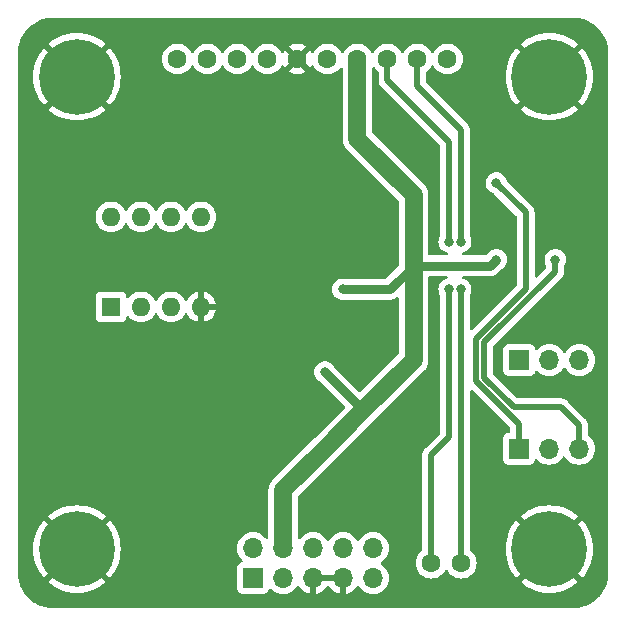
<source format=gbr>
%TF.GenerationSoftware,KiCad,Pcbnew,7.0.7*%
%TF.CreationDate,2024-02-22T12:37:55+00:00*%
%TF.ProjectId,massFlowControllerInterface_rev0,6d617373-466c-46f7-9743-6f6e74726f6c,rev?*%
%TF.SameCoordinates,Original*%
%TF.FileFunction,Copper,L2,Bot*%
%TF.FilePolarity,Positive*%
%FSLAX46Y46*%
G04 Gerber Fmt 4.6, Leading zero omitted, Abs format (unit mm)*
G04 Created by KiCad (PCBNEW 7.0.7) date 2024-02-22 12:37:55*
%MOMM*%
%LPD*%
G01*
G04 APERTURE LIST*
%TA.AperFunction,ComponentPad*%
%ADD10C,1.600000*%
%TD*%
%TA.AperFunction,ComponentPad*%
%ADD11R,1.600000X1.600000*%
%TD*%
%TA.AperFunction,ComponentPad*%
%ADD12O,1.600000X1.600000*%
%TD*%
%TA.AperFunction,ComponentPad*%
%ADD13R,1.700000X1.700000*%
%TD*%
%TA.AperFunction,ComponentPad*%
%ADD14O,1.700000X1.700000*%
%TD*%
%TA.AperFunction,ComponentPad*%
%ADD15C,0.800000*%
%TD*%
%TA.AperFunction,ComponentPad*%
%ADD16C,6.400000*%
%TD*%
%TA.AperFunction,ViaPad*%
%ADD17C,0.800000*%
%TD*%
%TA.AperFunction,Conductor*%
%ADD18C,2.500000*%
%TD*%
%TA.AperFunction,Conductor*%
%ADD19C,0.500000*%
%TD*%
%TA.AperFunction,Conductor*%
%ADD20C,1.500000*%
%TD*%
%TA.AperFunction,Conductor*%
%ADD21C,0.750000*%
%TD*%
G04 APERTURE END LIST*
D10*
%TO.P,J2,1,Pin_1*%
%TO.N,unconnected-(J2-Pin_1-Pad1)*%
X13510000Y-3500000D03*
%TO.P,J2,2,Pin_2*%
%TO.N,MFC_actual*%
X16050000Y-3500000D03*
%TO.P,J2,3,Pin_3*%
%TO.N,24VDC_HOT*%
X18590000Y-3500000D03*
%TO.P,J2,4,Pin_4*%
%TO.N,unconnected-(J2-Pin_4-Pad4)*%
X21130000Y-3500000D03*
%TO.P,J2,5,Pin_5*%
%TO.N,24VDC_GND*%
X23670000Y-3500000D03*
%TO.P,J2,6,Pin_6*%
%TO.N,MFC_setpoint*%
X26210000Y-3500000D03*
%TO.P,J2,7,Pin_7*%
%TO.N,arduino_GND*%
X28750000Y-3500000D03*
%TO.P,J2,8,Pin_8*%
%TO.N,MFC_serialTX*%
X31290000Y-3500000D03*
%TO.P,J2,9,Pin_9*%
%TO.N,MFC_serialRX*%
X33830000Y-3500000D03*
%TO.P,J2,10,Pin_10*%
%TO.N,unconnected-(J2-Pin_10-Pad10)*%
X36370000Y-3500000D03*
%TD*%
%TO.P,J4,1,Pin_1*%
%TO.N,MFC_serialTX*%
X35000000Y-46190000D03*
%TO.P,J4,2,Pin_2*%
%TO.N,MFC_serialRX*%
X37540000Y-46190000D03*
%TD*%
D11*
%TO.P,U1,1,BAL*%
%TO.N,unconnected-(U1-BAL-Pad1)*%
X7880000Y-24500000D03*
D12*
%TO.P,U1,2,-*%
%TO.N,Net-(U1--)*%
X10420000Y-24500000D03*
%TO.P,U1,3,+*%
%TO.N,MFC_setpoint_filtered*%
X12960000Y-24500000D03*
%TO.P,U1,4,V-*%
%TO.N,24VDC_GND*%
X15500000Y-24500000D03*
%TO.P,U1,5,COMP*%
%TO.N,unconnected-(U1-COMP-Pad5)*%
X15500000Y-16880000D03*
%TO.P,U1,6*%
%TO.N,MFC_setpoint_amplified*%
X12960000Y-16880000D03*
%TO.P,U1,7,V+*%
%TO.N,24VDC_HOT*%
X10420000Y-16880000D03*
%TO.P,U1,8,C/B*%
%TO.N,unconnected-(U1-C{slash}B-Pad8)*%
X7880000Y-16880000D03*
%TD*%
D13*
%TO.P,J1,1,Pin_1*%
%TO.N,24VDC_HOT*%
X19920000Y-47460000D03*
D14*
%TO.P,J1,2,Pin_2*%
%TO.N,MFC_setpoint_arduino*%
X19920000Y-44920000D03*
%TO.P,J1,3,Pin_3*%
%TO.N,24VDC_HOT*%
X22460000Y-47460000D03*
%TO.P,J1,4,Pin_4*%
%TO.N,arduino_GND*%
X22460000Y-44920000D03*
%TO.P,J1,5,Pin_5*%
%TO.N,24VDC_GND*%
X25000000Y-47460000D03*
%TO.P,J1,6,Pin_6*%
%TO.N,MFC_actual_arduino*%
X25000000Y-44920000D03*
%TO.P,J1,7,Pin_7*%
%TO.N,24VDC_GND*%
X27540000Y-47460000D03*
%TO.P,J1,8,Pin_8*%
%TO.N,MFC_serialRX*%
X27540000Y-44920000D03*
%TO.P,J1,9,Pin_9*%
%TO.N,unconnected-(J1-Pin_9-Pad9)*%
X30080000Y-47460000D03*
%TO.P,J1,10,Pin_10*%
%TO.N,MFC_serialTX*%
X30080000Y-44920000D03*
%TD*%
D15*
%TO.P,H4,1,1*%
%TO.N,24VDC_GND*%
X2600000Y-45000000D03*
X3302944Y-43302944D03*
X3302944Y-46697056D03*
X5000000Y-42600000D03*
D16*
X5000000Y-45000000D03*
D15*
X5000000Y-47400000D03*
X6697056Y-43302944D03*
X6697056Y-46697056D03*
X7400000Y-45000000D03*
%TD*%
D13*
%TO.P,J3,1,Pin_1*%
%TO.N,MFC_setpoint_amplified*%
X42460000Y-29000000D03*
D14*
%TO.P,J3,2,Pin_2*%
%TO.N,MFC_setpoint*%
X45000000Y-29000000D03*
%TO.P,J3,3,Pin_3*%
%TO.N,MFC_setpoint_filtered*%
X47540000Y-29000000D03*
%TD*%
D15*
%TO.P,H1,1,1*%
%TO.N,24VDC_GND*%
X2600000Y-5000000D03*
X3302944Y-3302944D03*
X3302944Y-6697056D03*
X5000000Y-2600000D03*
D16*
X5000000Y-5000000D03*
D15*
X5000000Y-7400000D03*
X6697056Y-3302944D03*
X6697056Y-6697056D03*
X7400000Y-5000000D03*
%TD*%
%TO.P,H2,1,1*%
%TO.N,24VDC_GND*%
X42600000Y-5000000D03*
X43302944Y-3302944D03*
X43302944Y-6697056D03*
X45000000Y-2600000D03*
D16*
X45000000Y-5000000D03*
D15*
X45000000Y-7400000D03*
X46697056Y-3302944D03*
X46697056Y-6697056D03*
X47400000Y-5000000D03*
%TD*%
D13*
%TO.P,J5,1,Pin_1*%
%TO.N,MFC_actual*%
X42420000Y-36500000D03*
D14*
%TO.P,J5,2,Pin_2*%
%TO.N,MFC_actual_arduino*%
X44960000Y-36500000D03*
%TO.P,J5,3,Pin_3*%
%TO.N,MFC_actual_divided*%
X47500000Y-36500000D03*
%TD*%
D15*
%TO.P,H3,1,1*%
%TO.N,24VDC_GND*%
X42600000Y-45000000D03*
X43302944Y-43302944D03*
X43302944Y-46697056D03*
X45000000Y-42600000D03*
D16*
X45000000Y-45000000D03*
D15*
X45000000Y-47400000D03*
X46697056Y-43302944D03*
X46697056Y-46697056D03*
X47400000Y-45000000D03*
%TD*%
D17*
%TO.N,24VDC_GND*%
X15000000Y-10500000D03*
X30500000Y-7000000D03*
X6000000Y-11500000D03*
X13500000Y-12500000D03*
X5000000Y-12500000D03*
X7000000Y-12500000D03*
X15000000Y-12500000D03*
X13500000Y-10500000D03*
X7000000Y-10500000D03*
X38500000Y-7000000D03*
X5000000Y-10500000D03*
X12500000Y-11500000D03*
X4000000Y-11500000D03*
X16000000Y-11500000D03*
X14500000Y-11500000D03*
X8000000Y-11500000D03*
%TO.N,MFC_serialTX*%
X36500000Y-23000000D03*
X36500000Y-19000000D03*
%TO.N,MFC_serialRX*%
X37500000Y-23000000D03*
X37500000Y-19000000D03*
%TO.N,arduino_GND*%
X27500000Y-23000000D03*
X26000000Y-30000000D03*
X40500000Y-20500000D03*
%TO.N,MFC_actual*%
X40500000Y-14000000D03*
%TO.N,MFC_actual_divided*%
X45500000Y-20500000D03*
%TD*%
D18*
%TO.N,24VDC_GND*%
X4000000Y-11500000D02*
X16000000Y-11500000D01*
D19*
%TO.N,MFC_serialTX*%
X36500000Y-23000000D02*
X36500000Y-35500000D01*
X36500000Y-10500000D02*
X36500000Y-19000000D01*
X35000000Y-37000000D02*
X36500000Y-35500000D01*
X35000000Y-46190000D02*
X35000000Y-37000000D01*
X31290000Y-3500000D02*
X31290000Y-5290000D01*
X31290000Y-5290000D02*
X36500000Y-10500000D01*
%TO.N,MFC_serialRX*%
X33830000Y-5830000D02*
X37500000Y-9500000D01*
X33830000Y-3500000D02*
X33830000Y-5830000D01*
X37540000Y-46190000D02*
X37540000Y-23040000D01*
X37540000Y-23040000D02*
X37500000Y-23000000D01*
X37500000Y-9500000D02*
X37500000Y-19000000D01*
D20*
%TO.N,arduino_GND*%
X28750000Y-10250000D02*
X33500000Y-15000000D01*
X26000000Y-36500000D02*
X29000000Y-33500000D01*
X29000000Y-33500000D02*
X33500000Y-29000000D01*
D21*
X27500000Y-23000000D02*
X31500000Y-23000000D01*
X31500000Y-23000000D02*
X33500000Y-21000000D01*
X29000000Y-33000000D02*
X29000000Y-33500000D01*
D20*
X26000000Y-36500000D02*
X22460000Y-40040000D01*
X33500000Y-29000000D02*
X33500000Y-21000000D01*
X28750000Y-3500000D02*
X28750000Y-10250000D01*
X22460000Y-40040000D02*
X22460000Y-44920000D01*
D21*
X26000000Y-30000000D02*
X29000000Y-33000000D01*
X33500000Y-21000000D02*
X40000000Y-21000000D01*
X40000000Y-21000000D02*
X40500000Y-20500000D01*
D20*
X33500000Y-15000000D02*
X33500000Y-21000000D01*
D19*
%TO.N,MFC_actual*%
X38800000Y-27210051D02*
X38800000Y-30800000D01*
X43000000Y-23010050D02*
X38800000Y-27210051D01*
X42420000Y-34420000D02*
X42420000Y-36500000D01*
X40500000Y-14000000D02*
X43000000Y-16500000D01*
X43000000Y-16500000D02*
X43000000Y-23010050D01*
X38800000Y-30800000D02*
X42420000Y-34420000D01*
%TO.N,MFC_actual_divided*%
X46000000Y-33000000D02*
X47500000Y-34500000D01*
X42000000Y-33000000D02*
X46000000Y-33000000D01*
X47500000Y-34500000D02*
X47500000Y-36500000D01*
X39500000Y-27500000D02*
X39500000Y-30500000D01*
X45500000Y-20500000D02*
X45500000Y-21500000D01*
X45500000Y-21500000D02*
X39500000Y-27500000D01*
X39500000Y-30500000D02*
X42000000Y-33000000D01*
%TD*%
%TA.AperFunction,Conductor*%
%TO.N,24VDC_GND*%
G36*
X26993692Y-47229685D02*
G01*
X27039447Y-47282489D01*
X27049391Y-47351647D01*
X27045631Y-47368933D01*
X27040000Y-47388111D01*
X27040000Y-47531888D01*
X27045631Y-47551067D01*
X27045630Y-47620936D01*
X27007855Y-47679714D01*
X26944299Y-47708738D01*
X26926653Y-47710000D01*
X25613347Y-47710000D01*
X25546308Y-47690315D01*
X25500553Y-47637511D01*
X25490609Y-47568353D01*
X25494369Y-47551067D01*
X25500000Y-47531888D01*
X25500000Y-47388111D01*
X25494369Y-47368933D01*
X25494370Y-47299064D01*
X25532145Y-47240286D01*
X25595701Y-47211262D01*
X25613347Y-47210000D01*
X26926653Y-47210000D01*
X26993692Y-47229685D01*
G37*
%TD.AperFunction*%
%TA.AperFunction,Conductor*%
G36*
X30205703Y-4225320D02*
G01*
X30226071Y-4247906D01*
X30254735Y-4288842D01*
X30289955Y-4339142D01*
X30450859Y-4500046D01*
X30456569Y-4504044D01*
X30486619Y-4525085D01*
X30486621Y-4525086D01*
X30530247Y-4579662D01*
X30539500Y-4626662D01*
X30539500Y-5226294D01*
X30538191Y-5244263D01*
X30534710Y-5268025D01*
X30539264Y-5320064D01*
X30539500Y-5325470D01*
X30539500Y-5333709D01*
X30543306Y-5366274D01*
X30550000Y-5442791D01*
X30551461Y-5449867D01*
X30551403Y-5449878D01*
X30553034Y-5457237D01*
X30553092Y-5457224D01*
X30554757Y-5464250D01*
X30581025Y-5536424D01*
X30605185Y-5609331D01*
X30608236Y-5615874D01*
X30608182Y-5615898D01*
X30611470Y-5622688D01*
X30611521Y-5622663D01*
X30614761Y-5629113D01*
X30614762Y-5629114D01*
X30614763Y-5629117D01*
X30656965Y-5693282D01*
X30656965Y-5693283D01*
X30697287Y-5758655D01*
X30701766Y-5764319D01*
X30701719Y-5764356D01*
X30706482Y-5770202D01*
X30706528Y-5770164D01*
X30711173Y-5775700D01*
X30767018Y-5828386D01*
X35713181Y-10774548D01*
X35746666Y-10835871D01*
X35749500Y-10862229D01*
X35749500Y-18465677D01*
X35732887Y-18527677D01*
X35672821Y-18631714D01*
X35614327Y-18811740D01*
X35614326Y-18811744D01*
X35594540Y-19000000D01*
X35614326Y-19188256D01*
X35614327Y-19188259D01*
X35672818Y-19368277D01*
X35672821Y-19368284D01*
X35767467Y-19532216D01*
X35863487Y-19638857D01*
X35894129Y-19672888D01*
X36047265Y-19784148D01*
X36047270Y-19784151D01*
X36220192Y-19861142D01*
X36220197Y-19861144D01*
X36305191Y-19879210D01*
X36366673Y-19912402D01*
X36400449Y-19973565D01*
X36395797Y-20043280D01*
X36354192Y-20099412D01*
X36288845Y-20124141D01*
X36279410Y-20124500D01*
X34874500Y-20124500D01*
X34807461Y-20104815D01*
X34761706Y-20052011D01*
X34750500Y-20000500D01*
X34750500Y-15073696D01*
X34750889Y-15066758D01*
X34755237Y-15028172D01*
X34750639Y-14959976D01*
X34750500Y-14955821D01*
X34750500Y-14943850D01*
X34750500Y-14943845D01*
X34746721Y-14901859D01*
X34745424Y-14882624D01*
X34740097Y-14803592D01*
X34739028Y-14799350D01*
X34735768Y-14780158D01*
X34735726Y-14779699D01*
X34735377Y-14775812D01*
X34709167Y-14680844D01*
X34685096Y-14585316D01*
X34683290Y-14581340D01*
X34676654Y-14563039D01*
X34675493Y-14558830D01*
X34662676Y-14532216D01*
X34632749Y-14470071D01*
X34592012Y-14380383D01*
X34592009Y-14380378D01*
X34592007Y-14380374D01*
X34589516Y-14376780D01*
X34579726Y-14359967D01*
X34577829Y-14356027D01*
X34555340Y-14325073D01*
X34519917Y-14276317D01*
X34463825Y-14195353D01*
X34463822Y-14195349D01*
X34463819Y-14195345D01*
X34460729Y-14192255D01*
X34448093Y-14177461D01*
X34445521Y-14173921D01*
X34445519Y-14173919D01*
X34374320Y-14105846D01*
X30036819Y-9768344D01*
X30003334Y-9707021D01*
X30000500Y-9680663D01*
X30000500Y-4319033D01*
X30020185Y-4251994D01*
X30072989Y-4206239D01*
X30142147Y-4196295D01*
X30205703Y-4225320D01*
G37*
%TD.AperFunction*%
%TA.AperFunction,Conductor*%
G36*
X47001619Y-584D02*
G01*
X47133628Y-7503D01*
X47317027Y-17803D01*
X47323212Y-18465D01*
X47475647Y-42608D01*
X47638194Y-70226D01*
X47643811Y-71453D01*
X47796693Y-112418D01*
X47889122Y-139046D01*
X47951724Y-157082D01*
X47956759Y-158769D01*
X48106183Y-216127D01*
X48254007Y-277358D01*
X48258412Y-279388D01*
X48324180Y-312899D01*
X48401921Y-352511D01*
X48477428Y-394241D01*
X48541480Y-429641D01*
X48545215Y-431882D01*
X48619487Y-480115D01*
X48680872Y-519980D01*
X48768357Y-582053D01*
X48810764Y-612142D01*
X48813886Y-614510D01*
X48938748Y-715621D01*
X48941034Y-717567D01*
X49058721Y-822738D01*
X49061248Y-825128D01*
X49174870Y-938750D01*
X49177260Y-941277D01*
X49282431Y-1058964D01*
X49284385Y-1061260D01*
X49385480Y-1186102D01*
X49387862Y-1189243D01*
X49480019Y-1319127D01*
X49533758Y-1401875D01*
X49568106Y-1454767D01*
X49570364Y-1458531D01*
X49647488Y-1598078D01*
X49720604Y-1741575D01*
X49722643Y-1745997D01*
X49783877Y-1893829D01*
X49841221Y-2043217D01*
X49842916Y-2048273D01*
X49887579Y-2203297D01*
X49928541Y-2356171D01*
X49929778Y-2361835D01*
X49957394Y-2524369D01*
X49981530Y-2676758D01*
X49982196Y-2682985D01*
X49992509Y-2866617D01*
X49999415Y-2998377D01*
X49999500Y-3001623D01*
X49999500Y-46998376D01*
X49999415Y-47001622D01*
X49992509Y-47133382D01*
X49982196Y-47317013D01*
X49981530Y-47323240D01*
X49957394Y-47475630D01*
X49929778Y-47638163D01*
X49928541Y-47643827D01*
X49887579Y-47796702D01*
X49842916Y-47951725D01*
X49841221Y-47956781D01*
X49783877Y-48106170D01*
X49722643Y-48254001D01*
X49720604Y-48258423D01*
X49647488Y-48401921D01*
X49570364Y-48541467D01*
X49568097Y-48545246D01*
X49480019Y-48680872D01*
X49387862Y-48810755D01*
X49385480Y-48813896D01*
X49284385Y-48938738D01*
X49282431Y-48941034D01*
X49177260Y-49058721D01*
X49174870Y-49061248D01*
X49061248Y-49174870D01*
X49058721Y-49177260D01*
X48941034Y-49282431D01*
X48938738Y-49284385D01*
X48813896Y-49385480D01*
X48810755Y-49387862D01*
X48680872Y-49480019D01*
X48545246Y-49568097D01*
X48541467Y-49570364D01*
X48401921Y-49647488D01*
X48258423Y-49720604D01*
X48254001Y-49722643D01*
X48106170Y-49783877D01*
X47956781Y-49841221D01*
X47951725Y-49842916D01*
X47796702Y-49887579D01*
X47643827Y-49928541D01*
X47638163Y-49929778D01*
X47475630Y-49957394D01*
X47323240Y-49981530D01*
X47317013Y-49982196D01*
X47133382Y-49992509D01*
X47001622Y-49999415D01*
X46998376Y-49999500D01*
X3001624Y-49999500D01*
X2998378Y-49999415D01*
X2866617Y-49992509D01*
X2682985Y-49982196D01*
X2676758Y-49981530D01*
X2524369Y-49957394D01*
X2361835Y-49929778D01*
X2356171Y-49928541D01*
X2203297Y-49887579D01*
X2048273Y-49842916D01*
X2043217Y-49841221D01*
X1893829Y-49783877D01*
X1745997Y-49722643D01*
X1741575Y-49720604D01*
X1598078Y-49647488D01*
X1458531Y-49570364D01*
X1454767Y-49568106D01*
X1401875Y-49533758D01*
X1319127Y-49480019D01*
X1189243Y-49387862D01*
X1186102Y-49385480D01*
X1061260Y-49284385D01*
X1058964Y-49282431D01*
X941277Y-49177260D01*
X938750Y-49174870D01*
X825128Y-49061248D01*
X822738Y-49058721D01*
X717567Y-48941034D01*
X715613Y-48938738D01*
X615946Y-48815659D01*
X614510Y-48813886D01*
X612136Y-48810755D01*
X611954Y-48810499D01*
X582053Y-48768357D01*
X519980Y-48680872D01*
X483119Y-48624112D01*
X431882Y-48545215D01*
X429641Y-48541480D01*
X394241Y-48477428D01*
X352511Y-48401921D01*
X312899Y-48324180D01*
X279388Y-48258412D01*
X277358Y-48254007D01*
X216122Y-48106170D01*
X158769Y-47956759D01*
X157082Y-47951724D01*
X112420Y-47796702D01*
X110331Y-47788904D01*
X71453Y-47643811D01*
X70226Y-47638194D01*
X42601Y-47475606D01*
X18465Y-47323212D01*
X17803Y-47317027D01*
X7490Y-47133382D01*
X584Y-47001620D01*
X500Y-46998377D01*
X500Y-45000000D01*
X1294922Y-45000000D01*
X1315219Y-45387287D01*
X1375886Y-45770323D01*
X1375887Y-45770330D01*
X1476262Y-46144936D01*
X1615244Y-46506994D01*
X1791310Y-46852543D01*
X2002531Y-47177793D01*
X2211095Y-47435350D01*
X2211096Y-47435350D01*
X3607413Y-46039032D01*
X3668736Y-46005547D01*
X3738427Y-46010531D01*
X3789381Y-46046179D01*
X3865130Y-46134870D01*
X3901818Y-46166204D01*
X3953816Y-46210615D01*
X3992009Y-46269122D01*
X3992507Y-46338990D01*
X3960965Y-46392586D01*
X2564648Y-47788903D01*
X2564649Y-47788904D01*
X2822206Y-47997468D01*
X3147456Y-48208689D01*
X3493005Y-48384755D01*
X3855063Y-48523737D01*
X4229669Y-48624112D01*
X4229676Y-48624113D01*
X4612712Y-48684780D01*
X4999999Y-48705078D01*
X5000001Y-48705078D01*
X5387287Y-48684780D01*
X5770323Y-48624113D01*
X5770330Y-48624112D01*
X6144936Y-48523737D01*
X6506994Y-48384755D01*
X6852543Y-48208689D01*
X7177783Y-47997476D01*
X7177785Y-47997475D01*
X7435349Y-47788902D01*
X6039033Y-46392586D01*
X6005548Y-46331263D01*
X6010532Y-46261571D01*
X6046180Y-46210617D01*
X6134870Y-46134870D01*
X6210617Y-46046180D01*
X6269121Y-46007990D01*
X6338989Y-46007490D01*
X6392586Y-46039033D01*
X7788902Y-47435349D01*
X7997475Y-47177785D01*
X7997476Y-47177783D01*
X8208689Y-46852543D01*
X8384755Y-46506994D01*
X8523737Y-46144936D01*
X8624112Y-45770330D01*
X8624113Y-45770323D01*
X8684780Y-45387287D01*
X8705078Y-45000000D01*
X8705078Y-44999999D01*
X8684780Y-44612712D01*
X8624113Y-44229676D01*
X8624112Y-44229669D01*
X8523737Y-43855063D01*
X8384755Y-43493005D01*
X8208689Y-43147456D01*
X7997468Y-42822206D01*
X7788904Y-42564649D01*
X7788903Y-42564648D01*
X6392586Y-43960965D01*
X6331263Y-43994450D01*
X6261571Y-43989466D01*
X6210615Y-43953816D01*
X6148856Y-43881506D01*
X6134870Y-43865130D01*
X6046179Y-43789381D01*
X6007989Y-43730878D01*
X6007489Y-43661010D01*
X6039032Y-43607413D01*
X7435350Y-42211096D01*
X7435350Y-42211095D01*
X7177793Y-42002531D01*
X6852543Y-41791310D01*
X6506994Y-41615244D01*
X6144936Y-41476262D01*
X5770330Y-41375887D01*
X5770323Y-41375886D01*
X5387287Y-41315219D01*
X5000001Y-41294922D01*
X4999999Y-41294922D01*
X4612712Y-41315219D01*
X4229676Y-41375886D01*
X4229669Y-41375887D01*
X3855063Y-41476262D01*
X3493005Y-41615244D01*
X3147456Y-41791310D01*
X2822206Y-42002531D01*
X2564648Y-42211095D01*
X2564648Y-42211096D01*
X3960966Y-43607413D01*
X3994451Y-43668736D01*
X3989467Y-43738428D01*
X3953817Y-43789384D01*
X3865130Y-43865130D01*
X3789384Y-43953817D01*
X3730877Y-43992010D01*
X3661009Y-43992508D01*
X3607413Y-43960966D01*
X2211096Y-42564648D01*
X2211095Y-42564648D01*
X2002531Y-42822206D01*
X1791310Y-43147456D01*
X1615244Y-43493005D01*
X1476262Y-43855063D01*
X1375887Y-44229669D01*
X1375886Y-44229676D01*
X1315219Y-44612712D01*
X1294922Y-44999999D01*
X1294922Y-45000000D01*
X500Y-45000000D01*
X500Y-25347870D01*
X6579500Y-25347870D01*
X6579501Y-25347876D01*
X6585908Y-25407483D01*
X6636202Y-25542328D01*
X6636206Y-25542335D01*
X6722452Y-25657544D01*
X6722455Y-25657547D01*
X6837664Y-25743793D01*
X6837671Y-25743797D01*
X6972517Y-25794091D01*
X6972516Y-25794091D01*
X6979444Y-25794835D01*
X7032127Y-25800500D01*
X8727872Y-25800499D01*
X8787483Y-25794091D01*
X8922331Y-25743796D01*
X9037546Y-25657546D01*
X9123796Y-25542331D01*
X9174091Y-25407483D01*
X9177862Y-25372401D01*
X9204599Y-25307855D01*
X9261990Y-25268006D01*
X9331816Y-25265511D01*
X9391905Y-25301163D01*
X9402726Y-25314536D01*
X9419956Y-25339143D01*
X9580858Y-25500045D01*
X9580861Y-25500047D01*
X9767266Y-25630568D01*
X9973504Y-25726739D01*
X10193308Y-25785635D01*
X10355230Y-25799801D01*
X10419998Y-25805468D01*
X10420000Y-25805468D01*
X10420002Y-25805468D01*
X10476807Y-25800498D01*
X10646692Y-25785635D01*
X10866496Y-25726739D01*
X11072734Y-25630568D01*
X11259139Y-25500047D01*
X11420047Y-25339139D01*
X11550568Y-25152734D01*
X11577618Y-25094724D01*
X11623790Y-25042285D01*
X11690983Y-25023133D01*
X11757865Y-25043348D01*
X11802382Y-25094725D01*
X11829429Y-25152728D01*
X11829432Y-25152734D01*
X11959954Y-25339141D01*
X12120858Y-25500045D01*
X12120861Y-25500047D01*
X12307266Y-25630568D01*
X12513504Y-25726739D01*
X12733308Y-25785635D01*
X12895230Y-25799801D01*
X12959998Y-25805468D01*
X12960000Y-25805468D01*
X12960002Y-25805468D01*
X13016807Y-25800498D01*
X13186692Y-25785635D01*
X13406496Y-25726739D01*
X13612734Y-25630568D01*
X13799139Y-25500047D01*
X13960047Y-25339139D01*
X14090568Y-25152734D01*
X14117895Y-25094129D01*
X14164064Y-25041695D01*
X14231257Y-25022542D01*
X14298139Y-25042757D01*
X14342657Y-25094133D01*
X14369865Y-25152482D01*
X14500342Y-25338820D01*
X14661179Y-25499657D01*
X14847517Y-25630134D01*
X15053673Y-25726265D01*
X15053682Y-25726269D01*
X15249999Y-25778872D01*
X15250000Y-25778871D01*
X15250000Y-25010575D01*
X15269685Y-24943536D01*
X15322489Y-24897781D01*
X15391647Y-24887837D01*
X15393331Y-24888091D01*
X15425699Y-24893218D01*
X15468515Y-24900000D01*
X15468519Y-24900000D01*
X15531485Y-24900000D01*
X15574300Y-24893218D01*
X15606602Y-24888102D01*
X15675894Y-24897056D01*
X15729347Y-24942052D01*
X15749987Y-25008803D01*
X15750000Y-25010575D01*
X15750000Y-25778872D01*
X15946317Y-25726269D01*
X15946326Y-25726265D01*
X16152482Y-25630134D01*
X16338820Y-25499657D01*
X16499657Y-25338820D01*
X16630134Y-25152482D01*
X16726265Y-24946326D01*
X16726269Y-24946317D01*
X16778872Y-24750000D01*
X16010576Y-24750000D01*
X15943537Y-24730315D01*
X15897782Y-24677511D01*
X15887838Y-24608353D01*
X15888103Y-24606603D01*
X15904986Y-24500003D01*
X15904986Y-24499996D01*
X15888103Y-24393397D01*
X15897058Y-24324104D01*
X15942054Y-24270652D01*
X16008806Y-24250013D01*
X16010576Y-24250000D01*
X16778872Y-24250000D01*
X16778872Y-24249999D01*
X16726269Y-24053682D01*
X16726265Y-24053673D01*
X16630134Y-23847517D01*
X16499657Y-23661179D01*
X16338820Y-23500342D01*
X16152482Y-23369865D01*
X15946328Y-23273734D01*
X15750000Y-23221127D01*
X15750000Y-23989424D01*
X15730315Y-24056463D01*
X15677511Y-24102218D01*
X15608353Y-24112162D01*
X15606602Y-24111897D01*
X15531486Y-24100000D01*
X15531481Y-24100000D01*
X15468519Y-24100000D01*
X15468512Y-24100000D01*
X15393396Y-24111897D01*
X15324103Y-24102942D01*
X15270651Y-24057946D01*
X15250012Y-23991194D01*
X15249999Y-23989424D01*
X15249999Y-23221127D01*
X15053671Y-23273734D01*
X14847517Y-23369865D01*
X14661179Y-23500342D01*
X14500342Y-23661179D01*
X14369867Y-23847515D01*
X14342657Y-23905867D01*
X14296484Y-23958306D01*
X14229290Y-23977457D01*
X14162409Y-23957241D01*
X14117893Y-23905865D01*
X14115391Y-23900500D01*
X14090568Y-23847266D01*
X13960047Y-23660861D01*
X13960045Y-23660858D01*
X13799141Y-23499954D01*
X13612734Y-23369432D01*
X13612732Y-23369431D01*
X13406497Y-23273261D01*
X13406488Y-23273258D01*
X13186697Y-23214366D01*
X13186693Y-23214365D01*
X13186692Y-23214365D01*
X13186691Y-23214364D01*
X13186686Y-23214364D01*
X12960002Y-23194532D01*
X12959998Y-23194532D01*
X12733313Y-23214364D01*
X12733302Y-23214366D01*
X12513511Y-23273258D01*
X12513502Y-23273261D01*
X12307267Y-23369431D01*
X12307265Y-23369432D01*
X12120858Y-23499954D01*
X11959954Y-23660858D01*
X11829432Y-23847265D01*
X11829431Y-23847267D01*
X11815002Y-23878210D01*
X11804609Y-23900500D01*
X11802382Y-23905275D01*
X11756209Y-23957714D01*
X11689016Y-23976866D01*
X11622135Y-23956650D01*
X11577618Y-23905275D01*
X11550568Y-23847266D01*
X11420047Y-23660861D01*
X11420045Y-23660858D01*
X11259141Y-23499954D01*
X11072734Y-23369432D01*
X11072732Y-23369431D01*
X10866497Y-23273261D01*
X10866488Y-23273258D01*
X10646697Y-23214366D01*
X10646693Y-23214365D01*
X10646692Y-23214365D01*
X10646691Y-23214364D01*
X10646686Y-23214364D01*
X10420002Y-23194532D01*
X10419998Y-23194532D01*
X10193313Y-23214364D01*
X10193302Y-23214366D01*
X9973511Y-23273258D01*
X9973502Y-23273261D01*
X9767267Y-23369431D01*
X9767265Y-23369432D01*
X9580858Y-23499954D01*
X9419954Y-23660858D01*
X9402725Y-23685464D01*
X9348147Y-23729088D01*
X9278648Y-23736280D01*
X9216294Y-23704757D01*
X9180882Y-23644526D01*
X9177861Y-23627591D01*
X9174091Y-23592516D01*
X9123797Y-23457671D01*
X9123793Y-23457664D01*
X9037547Y-23342455D01*
X9037544Y-23342452D01*
X8922335Y-23256206D01*
X8922328Y-23256202D01*
X8787482Y-23205908D01*
X8787483Y-23205908D01*
X8727883Y-23199501D01*
X8727881Y-23199500D01*
X8727873Y-23199500D01*
X8727864Y-23199500D01*
X7032129Y-23199500D01*
X7032123Y-23199501D01*
X6972516Y-23205908D01*
X6837671Y-23256202D01*
X6837664Y-23256206D01*
X6722455Y-23342452D01*
X6722452Y-23342455D01*
X6636206Y-23457664D01*
X6636202Y-23457671D01*
X6585908Y-23592517D01*
X6579501Y-23652116D01*
X6579500Y-23652135D01*
X6579500Y-25347870D01*
X500Y-25347870D01*
X500Y-16880001D01*
X6574532Y-16880001D01*
X6594364Y-17106686D01*
X6594366Y-17106697D01*
X6653258Y-17326488D01*
X6653261Y-17326497D01*
X6749431Y-17532732D01*
X6749432Y-17532734D01*
X6879954Y-17719141D01*
X7040858Y-17880045D01*
X7040861Y-17880047D01*
X7227266Y-18010568D01*
X7433504Y-18106739D01*
X7653308Y-18165635D01*
X7815230Y-18179801D01*
X7879998Y-18185468D01*
X7880000Y-18185468D01*
X7880002Y-18185468D01*
X7936673Y-18180509D01*
X8106692Y-18165635D01*
X8326496Y-18106739D01*
X8532734Y-18010568D01*
X8719139Y-17880047D01*
X8880047Y-17719139D01*
X9010568Y-17532734D01*
X9037618Y-17474724D01*
X9083790Y-17422285D01*
X9150983Y-17403133D01*
X9217865Y-17423348D01*
X9262382Y-17474725D01*
X9289429Y-17532728D01*
X9289432Y-17532734D01*
X9419954Y-17719141D01*
X9580858Y-17880045D01*
X9580861Y-17880047D01*
X9767266Y-18010568D01*
X9973504Y-18106739D01*
X10193308Y-18165635D01*
X10355230Y-18179801D01*
X10419998Y-18185468D01*
X10420000Y-18185468D01*
X10420002Y-18185468D01*
X10476672Y-18180509D01*
X10646692Y-18165635D01*
X10866496Y-18106739D01*
X11072734Y-18010568D01*
X11259139Y-17880047D01*
X11420047Y-17719139D01*
X11550568Y-17532734D01*
X11577618Y-17474724D01*
X11623790Y-17422285D01*
X11690983Y-17403133D01*
X11757865Y-17423348D01*
X11802382Y-17474725D01*
X11829429Y-17532728D01*
X11829432Y-17532734D01*
X11959954Y-17719141D01*
X12120858Y-17880045D01*
X12120861Y-17880047D01*
X12307266Y-18010568D01*
X12513504Y-18106739D01*
X12733308Y-18165635D01*
X12895230Y-18179801D01*
X12959998Y-18185468D01*
X12960000Y-18185468D01*
X12960002Y-18185468D01*
X13016673Y-18180509D01*
X13186692Y-18165635D01*
X13406496Y-18106739D01*
X13612734Y-18010568D01*
X13799139Y-17880047D01*
X13960047Y-17719139D01*
X14090568Y-17532734D01*
X14117618Y-17474724D01*
X14163790Y-17422285D01*
X14230983Y-17403133D01*
X14297865Y-17423348D01*
X14342382Y-17474725D01*
X14369429Y-17532728D01*
X14369432Y-17532734D01*
X14499954Y-17719141D01*
X14660858Y-17880045D01*
X14660861Y-17880047D01*
X14847266Y-18010568D01*
X15053504Y-18106739D01*
X15273308Y-18165635D01*
X15435230Y-18179801D01*
X15499998Y-18185468D01*
X15500000Y-18185468D01*
X15500002Y-18185468D01*
X15556672Y-18180509D01*
X15726692Y-18165635D01*
X15946496Y-18106739D01*
X16152734Y-18010568D01*
X16339139Y-17880047D01*
X16500047Y-17719139D01*
X16630568Y-17532734D01*
X16726739Y-17326496D01*
X16785635Y-17106692D01*
X16805468Y-16880000D01*
X16785635Y-16653308D01*
X16726739Y-16433504D01*
X16630568Y-16227266D01*
X16500047Y-16040861D01*
X16500045Y-16040858D01*
X16339141Y-15879954D01*
X16152734Y-15749432D01*
X16152732Y-15749431D01*
X15946497Y-15653261D01*
X15946488Y-15653258D01*
X15726697Y-15594366D01*
X15726693Y-15594365D01*
X15726692Y-15594365D01*
X15726691Y-15594364D01*
X15726686Y-15594364D01*
X15500002Y-15574532D01*
X15499998Y-15574532D01*
X15273313Y-15594364D01*
X15273302Y-15594366D01*
X15053511Y-15653258D01*
X15053502Y-15653261D01*
X14847267Y-15749431D01*
X14847265Y-15749432D01*
X14660858Y-15879954D01*
X14499954Y-16040858D01*
X14369432Y-16227265D01*
X14369431Y-16227267D01*
X14342382Y-16285275D01*
X14296209Y-16337714D01*
X14229016Y-16356866D01*
X14162135Y-16336650D01*
X14117618Y-16285275D01*
X14090568Y-16227266D01*
X13960047Y-16040861D01*
X13960045Y-16040858D01*
X13799141Y-15879954D01*
X13612734Y-15749432D01*
X13612732Y-15749431D01*
X13406497Y-15653261D01*
X13406488Y-15653258D01*
X13186697Y-15594366D01*
X13186693Y-15594365D01*
X13186692Y-15594365D01*
X13186691Y-15594364D01*
X13186686Y-15594364D01*
X12960002Y-15574532D01*
X12959998Y-15574532D01*
X12733313Y-15594364D01*
X12733302Y-15594366D01*
X12513511Y-15653258D01*
X12513502Y-15653261D01*
X12307267Y-15749431D01*
X12307265Y-15749432D01*
X12120858Y-15879954D01*
X11959954Y-16040858D01*
X11829432Y-16227265D01*
X11829431Y-16227267D01*
X11802382Y-16285275D01*
X11756209Y-16337714D01*
X11689016Y-16356866D01*
X11622135Y-16336650D01*
X11577618Y-16285275D01*
X11550568Y-16227266D01*
X11420047Y-16040861D01*
X11420045Y-16040858D01*
X11259141Y-15879954D01*
X11072734Y-15749432D01*
X11072732Y-15749431D01*
X10866497Y-15653261D01*
X10866488Y-15653258D01*
X10646697Y-15594366D01*
X10646693Y-15594365D01*
X10646692Y-15594365D01*
X10646691Y-15594364D01*
X10646686Y-15594364D01*
X10420002Y-15574532D01*
X10419998Y-15574532D01*
X10193313Y-15594364D01*
X10193302Y-15594366D01*
X9973511Y-15653258D01*
X9973502Y-15653261D01*
X9767267Y-15749431D01*
X9767265Y-15749432D01*
X9580858Y-15879954D01*
X9419954Y-16040858D01*
X9289432Y-16227265D01*
X9289431Y-16227267D01*
X9262382Y-16285275D01*
X9216209Y-16337714D01*
X9149016Y-16356866D01*
X9082135Y-16336650D01*
X9037618Y-16285275D01*
X9010568Y-16227266D01*
X8880047Y-16040861D01*
X8880045Y-16040858D01*
X8719141Y-15879954D01*
X8532734Y-15749432D01*
X8532732Y-15749431D01*
X8326497Y-15653261D01*
X8326488Y-15653258D01*
X8106697Y-15594366D01*
X8106693Y-15594365D01*
X8106692Y-15594365D01*
X8106691Y-15594364D01*
X8106686Y-15594364D01*
X7880002Y-15574532D01*
X7879998Y-15574532D01*
X7653313Y-15594364D01*
X7653302Y-15594366D01*
X7433511Y-15653258D01*
X7433502Y-15653261D01*
X7227267Y-15749431D01*
X7227265Y-15749432D01*
X7040858Y-15879954D01*
X6879954Y-16040858D01*
X6749432Y-16227265D01*
X6749431Y-16227267D01*
X6653261Y-16433502D01*
X6653258Y-16433511D01*
X6594366Y-16653302D01*
X6594364Y-16653313D01*
X6574532Y-16879998D01*
X6574532Y-16880001D01*
X500Y-16880001D01*
X500Y-5000000D01*
X1294922Y-5000000D01*
X1315219Y-5387287D01*
X1375886Y-5770323D01*
X1375887Y-5770330D01*
X1476262Y-6144936D01*
X1615244Y-6506994D01*
X1791310Y-6852543D01*
X2002531Y-7177793D01*
X2211095Y-7435350D01*
X2211096Y-7435350D01*
X3607413Y-6039032D01*
X3668736Y-6005547D01*
X3738427Y-6010531D01*
X3789381Y-6046179D01*
X3865130Y-6134870D01*
X3928855Y-6189296D01*
X3953816Y-6210615D01*
X3992009Y-6269122D01*
X3992507Y-6338990D01*
X3960965Y-6392586D01*
X2564648Y-7788903D01*
X2564649Y-7788904D01*
X2822206Y-7997468D01*
X3147456Y-8208689D01*
X3493005Y-8384755D01*
X3855063Y-8523737D01*
X4229669Y-8624112D01*
X4229676Y-8624113D01*
X4612712Y-8684780D01*
X4999999Y-8705078D01*
X5000001Y-8705078D01*
X5387287Y-8684780D01*
X5770323Y-8624113D01*
X5770330Y-8624112D01*
X6144936Y-8523737D01*
X6506994Y-8384755D01*
X6852543Y-8208689D01*
X7177783Y-7997476D01*
X7177785Y-7997475D01*
X7435349Y-7788902D01*
X6039033Y-6392586D01*
X6005548Y-6331263D01*
X6010532Y-6261571D01*
X6046180Y-6210617D01*
X6134870Y-6134870D01*
X6210617Y-6046180D01*
X6269121Y-6007990D01*
X6338989Y-6007490D01*
X6392586Y-6039033D01*
X7788902Y-7435349D01*
X7997475Y-7177785D01*
X7997476Y-7177783D01*
X8208689Y-6852543D01*
X8384755Y-6506994D01*
X8523737Y-6144936D01*
X8624112Y-5770330D01*
X8624113Y-5770323D01*
X8684780Y-5387287D01*
X8705078Y-5000000D01*
X8705078Y-4999999D01*
X8684780Y-4612712D01*
X8624113Y-4229676D01*
X8624112Y-4229669D01*
X8523737Y-3855063D01*
X8387441Y-3500001D01*
X12204532Y-3500001D01*
X12224364Y-3726686D01*
X12224366Y-3726697D01*
X12283258Y-3946488D01*
X12283261Y-3946497D01*
X12379431Y-4152732D01*
X12379432Y-4152734D01*
X12509954Y-4339141D01*
X12670858Y-4500045D01*
X12670861Y-4500047D01*
X12857266Y-4630568D01*
X13063504Y-4726739D01*
X13283308Y-4785635D01*
X13445230Y-4799801D01*
X13509998Y-4805468D01*
X13510000Y-4805468D01*
X13510002Y-4805468D01*
X13566672Y-4800509D01*
X13736692Y-4785635D01*
X13956496Y-4726739D01*
X14162734Y-4630568D01*
X14349139Y-4500047D01*
X14510047Y-4339139D01*
X14640568Y-4152734D01*
X14667618Y-4094724D01*
X14713790Y-4042285D01*
X14780983Y-4023133D01*
X14847865Y-4043348D01*
X14892382Y-4094725D01*
X14919429Y-4152728D01*
X14919432Y-4152734D01*
X15049954Y-4339141D01*
X15210858Y-4500045D01*
X15210861Y-4500047D01*
X15397266Y-4630568D01*
X15603504Y-4726739D01*
X15823308Y-4785635D01*
X15985230Y-4799801D01*
X16049998Y-4805468D01*
X16050000Y-4805468D01*
X16050002Y-4805468D01*
X16106672Y-4800509D01*
X16276692Y-4785635D01*
X16496496Y-4726739D01*
X16702734Y-4630568D01*
X16889139Y-4500047D01*
X17050047Y-4339139D01*
X17180568Y-4152734D01*
X17207618Y-4094724D01*
X17253790Y-4042285D01*
X17320983Y-4023133D01*
X17387865Y-4043348D01*
X17432382Y-4094725D01*
X17459429Y-4152728D01*
X17459432Y-4152734D01*
X17589954Y-4339141D01*
X17750858Y-4500045D01*
X17750861Y-4500047D01*
X17937266Y-4630568D01*
X18143504Y-4726739D01*
X18363308Y-4785635D01*
X18525230Y-4799801D01*
X18589998Y-4805468D01*
X18590000Y-4805468D01*
X18590002Y-4805468D01*
X18646672Y-4800509D01*
X18816692Y-4785635D01*
X19036496Y-4726739D01*
X19242734Y-4630568D01*
X19429139Y-4500047D01*
X19590047Y-4339139D01*
X19720568Y-4152734D01*
X19747618Y-4094724D01*
X19793790Y-4042285D01*
X19860983Y-4023133D01*
X19927865Y-4043348D01*
X19972382Y-4094725D01*
X19999429Y-4152728D01*
X19999432Y-4152734D01*
X20129954Y-4339141D01*
X20290858Y-4500045D01*
X20290861Y-4500047D01*
X20477266Y-4630568D01*
X20683504Y-4726739D01*
X20903308Y-4785635D01*
X21065230Y-4799801D01*
X21129998Y-4805468D01*
X21130000Y-4805468D01*
X21130002Y-4805468D01*
X21186672Y-4800509D01*
X21356692Y-4785635D01*
X21576496Y-4726739D01*
X21782734Y-4630568D01*
X21969139Y-4500047D01*
X22130047Y-4339139D01*
X22260568Y-4152734D01*
X22287895Y-4094129D01*
X22334064Y-4041695D01*
X22401257Y-4022542D01*
X22468139Y-4042757D01*
X22512657Y-4094133D01*
X22539865Y-4152481D01*
X22539866Y-4152483D01*
X22590973Y-4225471D01*
X22590973Y-4225472D01*
X23061049Y-3755395D01*
X23122372Y-3721910D01*
X23192063Y-3726894D01*
X23247997Y-3768765D01*
X23253045Y-3776036D01*
X23288238Y-3830797D01*
X23403602Y-3930759D01*
X23401293Y-3933422D01*
X23436006Y-3973499D01*
X23445935Y-4042660D01*
X23416898Y-4106210D01*
X23410882Y-4112669D01*
X22944526Y-4579025D01*
X22944526Y-4579026D01*
X23017512Y-4630131D01*
X23017516Y-4630133D01*
X23223673Y-4726265D01*
X23223682Y-4726269D01*
X23443389Y-4785139D01*
X23443400Y-4785141D01*
X23669998Y-4804966D01*
X23670002Y-4804966D01*
X23896599Y-4785141D01*
X23896610Y-4785139D01*
X24116317Y-4726269D01*
X24116331Y-4726264D01*
X24322478Y-4630136D01*
X24395472Y-4579025D01*
X23929116Y-4112669D01*
X23895631Y-4051346D01*
X23900615Y-3981654D01*
X23937641Y-3932193D01*
X23936398Y-3930759D01*
X23943100Y-3924952D01*
X24051761Y-3830798D01*
X24086955Y-3776034D01*
X24139754Y-3730283D01*
X24208913Y-3720338D01*
X24272469Y-3749362D01*
X24278949Y-3755395D01*
X24749025Y-4225472D01*
X24800133Y-4152482D01*
X24827341Y-4094135D01*
X24873513Y-4041696D01*
X24940707Y-4022543D01*
X25007588Y-4042758D01*
X25052105Y-4094132D01*
X25079432Y-4152734D01*
X25110491Y-4197091D01*
X25209954Y-4339141D01*
X25370858Y-4500045D01*
X25370861Y-4500047D01*
X25557266Y-4630568D01*
X25763504Y-4726739D01*
X25983308Y-4785635D01*
X26145230Y-4799801D01*
X26209998Y-4805468D01*
X26210000Y-4805468D01*
X26210002Y-4805468D01*
X26266672Y-4800509D01*
X26436692Y-4785635D01*
X26656496Y-4726739D01*
X26862734Y-4630568D01*
X27049139Y-4500047D01*
X27210047Y-4339139D01*
X27273927Y-4247907D01*
X27328499Y-4204285D01*
X27397997Y-4197091D01*
X27460352Y-4228612D01*
X27495767Y-4288842D01*
X27499499Y-4319033D01*
X27499500Y-10176293D01*
X27499110Y-10183231D01*
X27496792Y-10203804D01*
X27494762Y-10221823D01*
X27494761Y-10221831D01*
X27499359Y-10290013D01*
X27499500Y-10294186D01*
X27499500Y-10306156D01*
X27503277Y-10348124D01*
X27509903Y-10446407D01*
X27509903Y-10446412D01*
X27510972Y-10450652D01*
X27514230Y-10469824D01*
X27514623Y-10474190D01*
X27540835Y-10569165D01*
X27564903Y-10664681D01*
X27566715Y-10668670D01*
X27573340Y-10686944D01*
X27574504Y-10691162D01*
X27574507Y-10691170D01*
X27617253Y-10779935D01*
X27657993Y-10869626D01*
X27657994Y-10869629D01*
X27660483Y-10873221D01*
X27670269Y-10890026D01*
X27672166Y-10893965D01*
X27672174Y-10893979D01*
X27730078Y-10973676D01*
X27786180Y-11054655D01*
X27789273Y-11057748D01*
X27801907Y-11072539D01*
X27804478Y-11076078D01*
X27804481Y-11076081D01*
X27875679Y-11144153D01*
X32213180Y-15481654D01*
X32246665Y-15542977D01*
X32249499Y-15569335D01*
X32249500Y-20887453D01*
X32249500Y-20960993D01*
X32229815Y-21028032D01*
X32213181Y-21048674D01*
X31173675Y-22088181D01*
X31112352Y-22121666D01*
X31085994Y-22124500D01*
X27725294Y-22124500D01*
X27699513Y-22121790D01*
X27698930Y-22121666D01*
X27594646Y-22099500D01*
X27405354Y-22099500D01*
X27372897Y-22106398D01*
X27220197Y-22138855D01*
X27220192Y-22138857D01*
X27047270Y-22215848D01*
X27047265Y-22215851D01*
X26894129Y-22327111D01*
X26767466Y-22467785D01*
X26672821Y-22631715D01*
X26672818Y-22631722D01*
X26614327Y-22811740D01*
X26614326Y-22811744D01*
X26594540Y-23000000D01*
X26614326Y-23188256D01*
X26614327Y-23188259D01*
X26672818Y-23368277D01*
X26672821Y-23368284D01*
X26767467Y-23532216D01*
X26868592Y-23644526D01*
X26894129Y-23672888D01*
X27047265Y-23784148D01*
X27047270Y-23784151D01*
X27220192Y-23861142D01*
X27220197Y-23861144D01*
X27405354Y-23900500D01*
X27405355Y-23900500D01*
X27594645Y-23900500D01*
X27594646Y-23900500D01*
X27699513Y-23878209D01*
X27725294Y-23875500D01*
X31461898Y-23875500D01*
X31466932Y-23875705D01*
X31523844Y-23880339D01*
X31523845Y-23880338D01*
X31523848Y-23880339D01*
X31606441Y-23869085D01*
X31689316Y-23860073D01*
X31689481Y-23860017D01*
X31712357Y-23854655D01*
X31712537Y-23854631D01*
X31790793Y-23825880D01*
X31869780Y-23799267D01*
X31869927Y-23799178D01*
X31891116Y-23789024D01*
X31891288Y-23788961D01*
X31961536Y-23744059D01*
X32032954Y-23701089D01*
X32033083Y-23700966D01*
X32051597Y-23686494D01*
X32057422Y-23682772D01*
X32058851Y-23685008D01*
X32112375Y-23662904D01*
X32181121Y-23675382D01*
X32232208Y-23723046D01*
X32249500Y-23786207D01*
X32249500Y-28430663D01*
X32229815Y-28497702D01*
X32213181Y-28518344D01*
X29072515Y-31659009D01*
X29011192Y-31692494D01*
X28941500Y-31687510D01*
X28897153Y-31659009D01*
X26780418Y-29542274D01*
X26760711Y-29516591D01*
X26732534Y-29467785D01*
X26612090Y-29334019D01*
X26605871Y-29327112D01*
X26583552Y-29310896D01*
X26452734Y-29215851D01*
X26452729Y-29215848D01*
X26279807Y-29138857D01*
X26279802Y-29138855D01*
X26134000Y-29107865D01*
X26094646Y-29099500D01*
X25905354Y-29099500D01*
X25872897Y-29106398D01*
X25720197Y-29138855D01*
X25720192Y-29138857D01*
X25547270Y-29215848D01*
X25547265Y-29215851D01*
X25394129Y-29327111D01*
X25267466Y-29467785D01*
X25172821Y-29631715D01*
X25172818Y-29631722D01*
X25114327Y-29811740D01*
X25114326Y-29811744D01*
X25094540Y-30000000D01*
X25114326Y-30188256D01*
X25114327Y-30188259D01*
X25172818Y-30368277D01*
X25172821Y-30368284D01*
X25267467Y-30532216D01*
X25394129Y-30672888D01*
X25534763Y-30775064D01*
X25549552Y-30787696D01*
X27659009Y-32897153D01*
X27692494Y-32958476D01*
X27687510Y-33028168D01*
X27659009Y-33072515D01*
X25159034Y-35572488D01*
X25159026Y-35572499D01*
X21627885Y-39103639D01*
X21622699Y-39108274D01*
X21592337Y-39132488D01*
X21592333Y-39132492D01*
X21547365Y-39183960D01*
X21544521Y-39187003D01*
X21536064Y-39195461D01*
X21536054Y-39195472D01*
X21509049Y-39227818D01*
X21444234Y-39302004D01*
X21444230Y-39302010D01*
X21441981Y-39305774D01*
X21430746Y-39321608D01*
X21427934Y-39324977D01*
X21427932Y-39324981D01*
X21379316Y-39410659D01*
X21351321Y-39457514D01*
X21328783Y-39495238D01*
X21327247Y-39499332D01*
X21319008Y-39516945D01*
X21316850Y-39520747D01*
X21316846Y-39520757D01*
X21284307Y-39613746D01*
X21249694Y-39705970D01*
X21249689Y-39705988D01*
X21248909Y-39710288D01*
X21243952Y-39729069D01*
X21242503Y-39733209D01*
X21242502Y-39733215D01*
X21227089Y-39830527D01*
X21209500Y-39927448D01*
X21209500Y-39931827D01*
X21207973Y-39951229D01*
X21207289Y-39955540D01*
X21209500Y-40054021D01*
X21209500Y-44013793D01*
X21189815Y-44080832D01*
X21137011Y-44126587D01*
X21067853Y-44136531D01*
X21004297Y-44107506D01*
X20983925Y-44084917D01*
X20981065Y-44080832D01*
X20958495Y-44048599D01*
X20958493Y-44048597D01*
X20958491Y-44048594D01*
X20791402Y-43881506D01*
X20791395Y-43881501D01*
X20768016Y-43865131D01*
X20752521Y-43854281D01*
X20597834Y-43745967D01*
X20597830Y-43745965D01*
X20565476Y-43730878D01*
X20383663Y-43646097D01*
X20383659Y-43646096D01*
X20383655Y-43646094D01*
X20155413Y-43584938D01*
X20155403Y-43584936D01*
X19920001Y-43564341D01*
X19919999Y-43564341D01*
X19684596Y-43584936D01*
X19684586Y-43584938D01*
X19456344Y-43646094D01*
X19456335Y-43646098D01*
X19242171Y-43745964D01*
X19242169Y-43745965D01*
X19048597Y-43881505D01*
X18881505Y-44048597D01*
X18745965Y-44242169D01*
X18745964Y-44242171D01*
X18646098Y-44456335D01*
X18646094Y-44456344D01*
X18584938Y-44684586D01*
X18584936Y-44684596D01*
X18564341Y-44919999D01*
X18564341Y-44920000D01*
X18584936Y-45155403D01*
X18584938Y-45155413D01*
X18646094Y-45383655D01*
X18646096Y-45383659D01*
X18646097Y-45383663D01*
X18717724Y-45537267D01*
X18745965Y-45597830D01*
X18745967Y-45597834D01*
X18837553Y-45728631D01*
X18881501Y-45791396D01*
X18881506Y-45791402D01*
X19003430Y-45913326D01*
X19036915Y-45974649D01*
X19031931Y-46044341D01*
X18990059Y-46100274D01*
X18959083Y-46117189D01*
X18827669Y-46166203D01*
X18827664Y-46166206D01*
X18712455Y-46252452D01*
X18712452Y-46252455D01*
X18626206Y-46367664D01*
X18626202Y-46367671D01*
X18575908Y-46502517D01*
X18569501Y-46562116D01*
X18569500Y-46562135D01*
X18569500Y-48357870D01*
X18569501Y-48357876D01*
X18575908Y-48417483D01*
X18626202Y-48552328D01*
X18626206Y-48552335D01*
X18712452Y-48667544D01*
X18712455Y-48667547D01*
X18827664Y-48753793D01*
X18827671Y-48753797D01*
X18962517Y-48804091D01*
X18962516Y-48804091D01*
X18969444Y-48804835D01*
X19022127Y-48810500D01*
X20817872Y-48810499D01*
X20877483Y-48804091D01*
X21012331Y-48753796D01*
X21127546Y-48667546D01*
X21213796Y-48552331D01*
X21262810Y-48420916D01*
X21304681Y-48364984D01*
X21370145Y-48340566D01*
X21438418Y-48355417D01*
X21466673Y-48376569D01*
X21588599Y-48498495D01*
X21685384Y-48566264D01*
X21782165Y-48634032D01*
X21782167Y-48634033D01*
X21782170Y-48634035D01*
X21996337Y-48733903D01*
X22224592Y-48795063D01*
X22401034Y-48810500D01*
X22459999Y-48815659D01*
X22460000Y-48815659D01*
X22460001Y-48815659D01*
X22499234Y-48812226D01*
X22695408Y-48795063D01*
X22923663Y-48733903D01*
X23137830Y-48634035D01*
X23331401Y-48498495D01*
X23498495Y-48331401D01*
X23628730Y-48145405D01*
X23683307Y-48101781D01*
X23752805Y-48094587D01*
X23815160Y-48126110D01*
X23831879Y-48145405D01*
X23961890Y-48331078D01*
X24128917Y-48498105D01*
X24322421Y-48633600D01*
X24536507Y-48733429D01*
X24536516Y-48733433D01*
X24750000Y-48790634D01*
X24750000Y-48072301D01*
X24769685Y-48005262D01*
X24822489Y-47959507D01*
X24891647Y-47949563D01*
X24964237Y-47960000D01*
X24964238Y-47960000D01*
X25035762Y-47960000D01*
X25035763Y-47960000D01*
X25108353Y-47949563D01*
X25177512Y-47959507D01*
X25230315Y-48005262D01*
X25250000Y-48072301D01*
X25250000Y-48790633D01*
X25463483Y-48733433D01*
X25463492Y-48733429D01*
X25677578Y-48633600D01*
X25871082Y-48498105D01*
X26038105Y-48331082D01*
X26168425Y-48144968D01*
X26223002Y-48101344D01*
X26292501Y-48094151D01*
X26354855Y-48125673D01*
X26371575Y-48144968D01*
X26501894Y-48331082D01*
X26668917Y-48498105D01*
X26862421Y-48633600D01*
X27076507Y-48733429D01*
X27076516Y-48733433D01*
X27290000Y-48790634D01*
X27290000Y-48072301D01*
X27309685Y-48005262D01*
X27362489Y-47959507D01*
X27431647Y-47949563D01*
X27504237Y-47960000D01*
X27504238Y-47960000D01*
X27575762Y-47960000D01*
X27575763Y-47960000D01*
X27648353Y-47949563D01*
X27717512Y-47959507D01*
X27770315Y-48005262D01*
X27790000Y-48072301D01*
X27790000Y-48790633D01*
X28003483Y-48733433D01*
X28003492Y-48733429D01*
X28217578Y-48633600D01*
X28411082Y-48498105D01*
X28578105Y-48331082D01*
X28708119Y-48145405D01*
X28762696Y-48101781D01*
X28832195Y-48094588D01*
X28894549Y-48126110D01*
X28911269Y-48145405D01*
X29041505Y-48331401D01*
X29208599Y-48498495D01*
X29305384Y-48566264D01*
X29402165Y-48634032D01*
X29402167Y-48634033D01*
X29402170Y-48634035D01*
X29616337Y-48733903D01*
X29844592Y-48795063D01*
X30021034Y-48810500D01*
X30079999Y-48815659D01*
X30080000Y-48815659D01*
X30080001Y-48815659D01*
X30119234Y-48812226D01*
X30315408Y-48795063D01*
X30543663Y-48733903D01*
X30757830Y-48634035D01*
X30951401Y-48498495D01*
X31118495Y-48331401D01*
X31254035Y-48137830D01*
X31353903Y-47923663D01*
X31415063Y-47695408D01*
X31435659Y-47460000D01*
X31415063Y-47224592D01*
X31355319Y-47001622D01*
X31353905Y-46996344D01*
X31353904Y-46996343D01*
X31353903Y-46996337D01*
X31254035Y-46782171D01*
X31248731Y-46774595D01*
X31118494Y-46588597D01*
X30951402Y-46421506D01*
X30951396Y-46421501D01*
X30765842Y-46291575D01*
X30722217Y-46236998D01*
X30715023Y-46167500D01*
X30746546Y-46105145D01*
X30765842Y-46088425D01*
X30878054Y-46009853D01*
X30951401Y-45958495D01*
X31118495Y-45791401D01*
X31254035Y-45597830D01*
X31353903Y-45383663D01*
X31415063Y-45155408D01*
X31435659Y-44920000D01*
X31415063Y-44684592D01*
X31353903Y-44456337D01*
X31254035Y-44242171D01*
X31248425Y-44234158D01*
X31118494Y-44048597D01*
X30951402Y-43881506D01*
X30951395Y-43881501D01*
X30928016Y-43865131D01*
X30912521Y-43854281D01*
X30757834Y-43745967D01*
X30757830Y-43745965D01*
X30725476Y-43730878D01*
X30543663Y-43646097D01*
X30543659Y-43646096D01*
X30543655Y-43646094D01*
X30315413Y-43584938D01*
X30315403Y-43584936D01*
X30080001Y-43564341D01*
X30079999Y-43564341D01*
X29844596Y-43584936D01*
X29844586Y-43584938D01*
X29616344Y-43646094D01*
X29616335Y-43646098D01*
X29402171Y-43745964D01*
X29402169Y-43745965D01*
X29208597Y-43881505D01*
X29041505Y-44048597D01*
X28911575Y-44234158D01*
X28856998Y-44277783D01*
X28787500Y-44284977D01*
X28725145Y-44253454D01*
X28708425Y-44234158D01*
X28578494Y-44048597D01*
X28411402Y-43881506D01*
X28411395Y-43881501D01*
X28388016Y-43865131D01*
X28372521Y-43854281D01*
X28217834Y-43745967D01*
X28217830Y-43745965D01*
X28185476Y-43730878D01*
X28003663Y-43646097D01*
X28003659Y-43646096D01*
X28003655Y-43646094D01*
X27775413Y-43584938D01*
X27775403Y-43584936D01*
X27540001Y-43564341D01*
X27539999Y-43564341D01*
X27304596Y-43584936D01*
X27304586Y-43584938D01*
X27076344Y-43646094D01*
X27076335Y-43646098D01*
X26862171Y-43745964D01*
X26862169Y-43745965D01*
X26668597Y-43881505D01*
X26501505Y-44048597D01*
X26371575Y-44234158D01*
X26316998Y-44277783D01*
X26247500Y-44284977D01*
X26185145Y-44253454D01*
X26168425Y-44234158D01*
X26038494Y-44048597D01*
X25871402Y-43881506D01*
X25871395Y-43881501D01*
X25848016Y-43865131D01*
X25832521Y-43854281D01*
X25677834Y-43745967D01*
X25677830Y-43745965D01*
X25645476Y-43730878D01*
X25463663Y-43646097D01*
X25463659Y-43646096D01*
X25463655Y-43646094D01*
X25235413Y-43584938D01*
X25235403Y-43584936D01*
X25000001Y-43564341D01*
X24999999Y-43564341D01*
X24764596Y-43584936D01*
X24764586Y-43584938D01*
X24536344Y-43646094D01*
X24536335Y-43646098D01*
X24322171Y-43745964D01*
X24322169Y-43745965D01*
X24128597Y-43881505D01*
X23961508Y-44048594D01*
X23936075Y-44084917D01*
X23881498Y-44128541D01*
X23811999Y-44135734D01*
X23749645Y-44104212D01*
X23714231Y-44043982D01*
X23710500Y-44013793D01*
X23710500Y-40609336D01*
X23730185Y-40542297D01*
X23746819Y-40521655D01*
X25164835Y-39103639D01*
X26923945Y-37344529D01*
X26923945Y-37344528D01*
X29923945Y-34344529D01*
X34332127Y-29936345D01*
X34337287Y-29931733D01*
X34367666Y-29907508D01*
X34412645Y-29856023D01*
X34415462Y-29853010D01*
X34423945Y-29844529D01*
X34450950Y-29812181D01*
X34515765Y-29737996D01*
X34518006Y-29734243D01*
X34529274Y-29718364D01*
X34532068Y-29715019D01*
X34580683Y-29629340D01*
X34631215Y-29544764D01*
X34632747Y-29540679D01*
X34641003Y-29523033D01*
X34643153Y-29519245D01*
X34675692Y-29426253D01*
X34710307Y-29334024D01*
X34711085Y-29329737D01*
X34716056Y-29310902D01*
X34717498Y-29306783D01*
X34732910Y-29209472D01*
X34732909Y-29209472D01*
X34750500Y-29112549D01*
X34750500Y-29108169D01*
X34752027Y-29088770D01*
X34752710Y-29084460D01*
X34750500Y-28985997D01*
X34750500Y-21999500D01*
X34770185Y-21932461D01*
X34822989Y-21886706D01*
X34874500Y-21875500D01*
X36279410Y-21875500D01*
X36346449Y-21895185D01*
X36392204Y-21947989D01*
X36402148Y-22017147D01*
X36373123Y-22080703D01*
X36314345Y-22118477D01*
X36305191Y-22120790D01*
X36220197Y-22138855D01*
X36220192Y-22138857D01*
X36047270Y-22215848D01*
X36047265Y-22215851D01*
X35894129Y-22327111D01*
X35767466Y-22467785D01*
X35672821Y-22631715D01*
X35672818Y-22631722D01*
X35614327Y-22811740D01*
X35614326Y-22811744D01*
X35594540Y-23000000D01*
X35614326Y-23188256D01*
X35614327Y-23188259D01*
X35672818Y-23368277D01*
X35672821Y-23368284D01*
X35728682Y-23465039D01*
X35732887Y-23472321D01*
X35749500Y-23534321D01*
X35749500Y-35137769D01*
X35729815Y-35204808D01*
X35713181Y-35225450D01*
X34514358Y-36424272D01*
X34500729Y-36436051D01*
X34481468Y-36450390D01*
X34447898Y-36490397D01*
X34444253Y-36494376D01*
X34438409Y-36500222D01*
X34418059Y-36525959D01*
X34368695Y-36584789D01*
X34364729Y-36590819D01*
X34364682Y-36590788D01*
X34360630Y-36597147D01*
X34360679Y-36597177D01*
X34356889Y-36603321D01*
X34324424Y-36672941D01*
X34289960Y-36741566D01*
X34287488Y-36748357D01*
X34287432Y-36748336D01*
X34284960Y-36755450D01*
X34285015Y-36755469D01*
X34282742Y-36762327D01*
X34274974Y-36799946D01*
X34267207Y-36837565D01*
X34254001Y-36893284D01*
X34249498Y-36912286D01*
X34248661Y-36919454D01*
X34248601Y-36919447D01*
X34247835Y-36926945D01*
X34247895Y-36926951D01*
X34247265Y-36934140D01*
X34249500Y-37010916D01*
X34249500Y-45063336D01*
X34229815Y-45130375D01*
X34196625Y-45164910D01*
X34160863Y-45189951D01*
X33999951Y-45350862D01*
X33869432Y-45537265D01*
X33869431Y-45537267D01*
X33773261Y-45743502D01*
X33773258Y-45743511D01*
X33714366Y-45963302D01*
X33714364Y-45963313D01*
X33694532Y-46189998D01*
X33694532Y-46190001D01*
X33714364Y-46416686D01*
X33714366Y-46416697D01*
X33773258Y-46636488D01*
X33773261Y-46636497D01*
X33869431Y-46842732D01*
X33869432Y-46842734D01*
X33999954Y-47029141D01*
X34160858Y-47190045D01*
X34160861Y-47190047D01*
X34347266Y-47320568D01*
X34553504Y-47416739D01*
X34773308Y-47475635D01*
X34935230Y-47489801D01*
X34999998Y-47495468D01*
X35000000Y-47495468D01*
X35000002Y-47495468D01*
X35056673Y-47490509D01*
X35226692Y-47475635D01*
X35446496Y-47416739D01*
X35652734Y-47320568D01*
X35839139Y-47190047D01*
X36000047Y-47029139D01*
X36130568Y-46842734D01*
X36157618Y-46784724D01*
X36203790Y-46732285D01*
X36270983Y-46713133D01*
X36337865Y-46733348D01*
X36382382Y-46784725D01*
X36409429Y-46842728D01*
X36409432Y-46842734D01*
X36539954Y-47029141D01*
X36700858Y-47190045D01*
X36700861Y-47190047D01*
X36887266Y-47320568D01*
X37093504Y-47416739D01*
X37313308Y-47475635D01*
X37475230Y-47489801D01*
X37539998Y-47495468D01*
X37540000Y-47495468D01*
X37540002Y-47495468D01*
X37596673Y-47490509D01*
X37766692Y-47475635D01*
X37986496Y-47416739D01*
X38192734Y-47320568D01*
X38379139Y-47190047D01*
X38540047Y-47029139D01*
X38670568Y-46842734D01*
X38766739Y-46636496D01*
X38825635Y-46416692D01*
X38845468Y-46190000D01*
X38825635Y-45963308D01*
X38766739Y-45743504D01*
X38670568Y-45537266D01*
X38563015Y-45383663D01*
X38540048Y-45350862D01*
X38540048Y-45350861D01*
X38379139Y-45189953D01*
X38374373Y-45186615D01*
X38343375Y-45164910D01*
X38299751Y-45110332D01*
X38290500Y-45063336D01*
X38290500Y-45000000D01*
X41294922Y-45000000D01*
X41315219Y-45387287D01*
X41375886Y-45770323D01*
X41375887Y-45770330D01*
X41476262Y-46144936D01*
X41615244Y-46506994D01*
X41791310Y-46852543D01*
X42002531Y-47177793D01*
X42211095Y-47435350D01*
X42211096Y-47435350D01*
X43607413Y-46039032D01*
X43668736Y-46005547D01*
X43738427Y-46010531D01*
X43789381Y-46046179D01*
X43865130Y-46134870D01*
X43901818Y-46166204D01*
X43953816Y-46210615D01*
X43992009Y-46269122D01*
X43992507Y-46338990D01*
X43960965Y-46392586D01*
X42564648Y-47788903D01*
X42564649Y-47788904D01*
X42822206Y-47997468D01*
X43147456Y-48208689D01*
X43493005Y-48384755D01*
X43855063Y-48523737D01*
X44229669Y-48624112D01*
X44229676Y-48624113D01*
X44612712Y-48684780D01*
X44999999Y-48705078D01*
X45000001Y-48705078D01*
X45387287Y-48684780D01*
X45770323Y-48624113D01*
X45770330Y-48624112D01*
X46144936Y-48523737D01*
X46506994Y-48384755D01*
X46852543Y-48208689D01*
X47177783Y-47997476D01*
X47177785Y-47997475D01*
X47435349Y-47788902D01*
X46039033Y-46392586D01*
X46005548Y-46331263D01*
X46010532Y-46261571D01*
X46046180Y-46210617D01*
X46134870Y-46134870D01*
X46210617Y-46046180D01*
X46269121Y-46007990D01*
X46338989Y-46007490D01*
X46392586Y-46039033D01*
X47788902Y-47435349D01*
X47997475Y-47177785D01*
X47997476Y-47177783D01*
X48208689Y-46852543D01*
X48384755Y-46506994D01*
X48523737Y-46144936D01*
X48624112Y-45770330D01*
X48624113Y-45770323D01*
X48684780Y-45387287D01*
X48705078Y-45000000D01*
X48705078Y-44999999D01*
X48684780Y-44612712D01*
X48624113Y-44229676D01*
X48624112Y-44229669D01*
X48523737Y-43855063D01*
X48384755Y-43493005D01*
X48208689Y-43147456D01*
X47997468Y-42822206D01*
X47788904Y-42564649D01*
X47788903Y-42564648D01*
X46392586Y-43960965D01*
X46331263Y-43994450D01*
X46261571Y-43989466D01*
X46210615Y-43953816D01*
X46148856Y-43881506D01*
X46134870Y-43865130D01*
X46046179Y-43789381D01*
X46007989Y-43730878D01*
X46007489Y-43661010D01*
X46039032Y-43607413D01*
X47435350Y-42211096D01*
X47435350Y-42211095D01*
X47177793Y-42002531D01*
X46852543Y-41791310D01*
X46506994Y-41615244D01*
X46144936Y-41476262D01*
X45770330Y-41375887D01*
X45770323Y-41375886D01*
X45387287Y-41315219D01*
X45000001Y-41294922D01*
X44999999Y-41294922D01*
X44612712Y-41315219D01*
X44229676Y-41375886D01*
X44229669Y-41375887D01*
X43855063Y-41476262D01*
X43493005Y-41615244D01*
X43147456Y-41791310D01*
X42822206Y-42002531D01*
X42564648Y-42211095D01*
X42564648Y-42211096D01*
X43960966Y-43607413D01*
X43994451Y-43668736D01*
X43989467Y-43738428D01*
X43953817Y-43789384D01*
X43865130Y-43865130D01*
X43789384Y-43953817D01*
X43730877Y-43992010D01*
X43661009Y-43992508D01*
X43607413Y-43960966D01*
X42211096Y-42564648D01*
X42211095Y-42564648D01*
X42002531Y-42822206D01*
X41791310Y-43147456D01*
X41615244Y-43493005D01*
X41476262Y-43855063D01*
X41375887Y-44229669D01*
X41375886Y-44229676D01*
X41315219Y-44612712D01*
X41294922Y-44999999D01*
X41294922Y-45000000D01*
X38290500Y-45000000D01*
X38290500Y-31651230D01*
X38310185Y-31584191D01*
X38362989Y-31538436D01*
X38432147Y-31528492D01*
X38495703Y-31557517D01*
X38502181Y-31563549D01*
X41633181Y-34694549D01*
X41666666Y-34755872D01*
X41669500Y-34782230D01*
X41669500Y-35025500D01*
X41649815Y-35092539D01*
X41597011Y-35138294D01*
X41545505Y-35149500D01*
X41522132Y-35149500D01*
X41522123Y-35149501D01*
X41462516Y-35155908D01*
X41327671Y-35206202D01*
X41327664Y-35206206D01*
X41212455Y-35292452D01*
X41212452Y-35292455D01*
X41126206Y-35407664D01*
X41126202Y-35407671D01*
X41075908Y-35542517D01*
X41069501Y-35602116D01*
X41069500Y-35602135D01*
X41069500Y-37397870D01*
X41069501Y-37397876D01*
X41075908Y-37457483D01*
X41126202Y-37592328D01*
X41126206Y-37592335D01*
X41212452Y-37707544D01*
X41212455Y-37707547D01*
X41327664Y-37793793D01*
X41327671Y-37793797D01*
X41462517Y-37844091D01*
X41462516Y-37844091D01*
X41469444Y-37844835D01*
X41522127Y-37850500D01*
X43317872Y-37850499D01*
X43377483Y-37844091D01*
X43512331Y-37793796D01*
X43627546Y-37707546D01*
X43713796Y-37592331D01*
X43762810Y-37460916D01*
X43804681Y-37404984D01*
X43870145Y-37380566D01*
X43938418Y-37395417D01*
X43966673Y-37416569D01*
X44088599Y-37538495D01*
X44185384Y-37606264D01*
X44282165Y-37674032D01*
X44282167Y-37674033D01*
X44282170Y-37674035D01*
X44496337Y-37773903D01*
X44724592Y-37835063D01*
X44901034Y-37850500D01*
X44959999Y-37855659D01*
X44960000Y-37855659D01*
X44960001Y-37855659D01*
X45018966Y-37850500D01*
X45195408Y-37835063D01*
X45423663Y-37773903D01*
X45637830Y-37674035D01*
X45831401Y-37538495D01*
X45998495Y-37371401D01*
X46128424Y-37185842D01*
X46183002Y-37142217D01*
X46252500Y-37135023D01*
X46314855Y-37166546D01*
X46331575Y-37185842D01*
X46461500Y-37371395D01*
X46461505Y-37371401D01*
X46628599Y-37538495D01*
X46725384Y-37606265D01*
X46822165Y-37674032D01*
X46822167Y-37674033D01*
X46822170Y-37674035D01*
X47036337Y-37773903D01*
X47264592Y-37835063D01*
X47441034Y-37850500D01*
X47499999Y-37855659D01*
X47500000Y-37855659D01*
X47500001Y-37855659D01*
X47558966Y-37850500D01*
X47735408Y-37835063D01*
X47963663Y-37773903D01*
X48177830Y-37674035D01*
X48371401Y-37538495D01*
X48538495Y-37371401D01*
X48674035Y-37177830D01*
X48773903Y-36963663D01*
X48835063Y-36735408D01*
X48855659Y-36500000D01*
X48855389Y-36496919D01*
X48849592Y-36430659D01*
X48835063Y-36264592D01*
X48773903Y-36036337D01*
X48674035Y-35822171D01*
X48668425Y-35814158D01*
X48538494Y-35628597D01*
X48371404Y-35461507D01*
X48303375Y-35413872D01*
X48259751Y-35359294D01*
X48250500Y-35312298D01*
X48250500Y-34563705D01*
X48251809Y-34545735D01*
X48255289Y-34521974D01*
X48250736Y-34469939D01*
X48250500Y-34464532D01*
X48250500Y-34456297D01*
X48250500Y-34456291D01*
X48246691Y-34423707D01*
X48239998Y-34347202D01*
X48239996Y-34347197D01*
X48238538Y-34340133D01*
X48238597Y-34340120D01*
X48236967Y-34332764D01*
X48236908Y-34332779D01*
X48235242Y-34325753D01*
X48235241Y-34325745D01*
X48208973Y-34253573D01*
X48206379Y-34245745D01*
X48184815Y-34180666D01*
X48181763Y-34174121D01*
X48181817Y-34174095D01*
X48178533Y-34167312D01*
X48178480Y-34167340D01*
X48175238Y-34160886D01*
X48175237Y-34160883D01*
X48133038Y-34096723D01*
X48092712Y-34031344D01*
X48092711Y-34031343D01*
X48092710Y-34031341D01*
X48088234Y-34025681D01*
X48088280Y-34025643D01*
X48083519Y-34019799D01*
X48083474Y-34019838D01*
X48078834Y-34014308D01*
X48022982Y-33961613D01*
X46575729Y-32514361D01*
X46563949Y-32500730D01*
X46556482Y-32490701D01*
X46549612Y-32481472D01*
X46549610Y-32481470D01*
X46509587Y-32447886D01*
X46505612Y-32444244D01*
X46502690Y-32441322D01*
X46499780Y-32438411D01*
X46474040Y-32418059D01*
X46415209Y-32368694D01*
X46409180Y-32364729D01*
X46409212Y-32364680D01*
X46402853Y-32360628D01*
X46402822Y-32360679D01*
X46396680Y-32356891D01*
X46396678Y-32356890D01*
X46396677Y-32356889D01*
X46357474Y-32338608D01*
X46327058Y-32324424D01*
X46292894Y-32307267D01*
X46258433Y-32289960D01*
X46258431Y-32289959D01*
X46258430Y-32289959D01*
X46251645Y-32287489D01*
X46251665Y-32287433D01*
X46244549Y-32284959D01*
X46244531Y-32285015D01*
X46237671Y-32282742D01*
X46209841Y-32276996D01*
X46162434Y-32267207D01*
X46113472Y-32255603D01*
X46087719Y-32249499D01*
X46080547Y-32248661D01*
X46080553Y-32248601D01*
X46073055Y-32247835D01*
X46073050Y-32247895D01*
X46065860Y-32247265D01*
X45989083Y-32249500D01*
X42362229Y-32249500D01*
X42295190Y-32229815D01*
X42274548Y-32213181D01*
X40286819Y-30225451D01*
X40253334Y-30164128D01*
X40250500Y-30137770D01*
X40250500Y-29897870D01*
X41109500Y-29897870D01*
X41109501Y-29897876D01*
X41115908Y-29957483D01*
X41166202Y-30092328D01*
X41166206Y-30092335D01*
X41252452Y-30207544D01*
X41252455Y-30207547D01*
X41367664Y-30293793D01*
X41367671Y-30293797D01*
X41502517Y-30344091D01*
X41502516Y-30344091D01*
X41509444Y-30344835D01*
X41562127Y-30350500D01*
X43357872Y-30350499D01*
X43417483Y-30344091D01*
X43552331Y-30293796D01*
X43667546Y-30207546D01*
X43753796Y-30092331D01*
X43802810Y-29960916D01*
X43844681Y-29904984D01*
X43910145Y-29880566D01*
X43978418Y-29895417D01*
X44006673Y-29916569D01*
X44128599Y-30038495D01*
X44225384Y-30106265D01*
X44322165Y-30174032D01*
X44322167Y-30174033D01*
X44322170Y-30174035D01*
X44536337Y-30273903D01*
X44764592Y-30335063D01*
X44941034Y-30350500D01*
X44999999Y-30355659D01*
X45000000Y-30355659D01*
X45000001Y-30355659D01*
X45058966Y-30350500D01*
X45235408Y-30335063D01*
X45463663Y-30273903D01*
X45677830Y-30174035D01*
X45871401Y-30038495D01*
X46038495Y-29871401D01*
X46168424Y-29685842D01*
X46223002Y-29642217D01*
X46292500Y-29635023D01*
X46354855Y-29666546D01*
X46371575Y-29685842D01*
X46501500Y-29871395D01*
X46501505Y-29871401D01*
X46668599Y-30038495D01*
X46765384Y-30106265D01*
X46862165Y-30174032D01*
X46862167Y-30174033D01*
X46862170Y-30174035D01*
X47076337Y-30273903D01*
X47304592Y-30335063D01*
X47481034Y-30350500D01*
X47539999Y-30355659D01*
X47540000Y-30355659D01*
X47540001Y-30355659D01*
X47598966Y-30350500D01*
X47775408Y-30335063D01*
X48003663Y-30273903D01*
X48217830Y-30174035D01*
X48411401Y-30038495D01*
X48578495Y-29871401D01*
X48714035Y-29677830D01*
X48813903Y-29463663D01*
X48875063Y-29235408D01*
X48895659Y-29000000D01*
X48875063Y-28764592D01*
X48813903Y-28536337D01*
X48714035Y-28322171D01*
X48708425Y-28314158D01*
X48578494Y-28128597D01*
X48411402Y-27961506D01*
X48411395Y-27961501D01*
X48217834Y-27825967D01*
X48217830Y-27825965D01*
X48185452Y-27810867D01*
X48003663Y-27726097D01*
X48003659Y-27726096D01*
X48003655Y-27726094D01*
X47775413Y-27664938D01*
X47775403Y-27664936D01*
X47540001Y-27644341D01*
X47539999Y-27644341D01*
X47304596Y-27664936D01*
X47304586Y-27664938D01*
X47076344Y-27726094D01*
X47076335Y-27726098D01*
X46862171Y-27825964D01*
X46862169Y-27825965D01*
X46668597Y-27961505D01*
X46501505Y-28128597D01*
X46371575Y-28314158D01*
X46316998Y-28357783D01*
X46247500Y-28364977D01*
X46185145Y-28333454D01*
X46168425Y-28314158D01*
X46038494Y-28128597D01*
X45871402Y-27961506D01*
X45871395Y-27961501D01*
X45677834Y-27825967D01*
X45677830Y-27825965D01*
X45645452Y-27810867D01*
X45463663Y-27726097D01*
X45463659Y-27726096D01*
X45463655Y-27726094D01*
X45235413Y-27664938D01*
X45235403Y-27664936D01*
X45000001Y-27644341D01*
X44999999Y-27644341D01*
X44764596Y-27664936D01*
X44764586Y-27664938D01*
X44536344Y-27726094D01*
X44536335Y-27726098D01*
X44322171Y-27825964D01*
X44322169Y-27825965D01*
X44128600Y-27961503D01*
X44006673Y-28083430D01*
X43945350Y-28116914D01*
X43875658Y-28111930D01*
X43819725Y-28070058D01*
X43802810Y-28039081D01*
X43753797Y-27907671D01*
X43753793Y-27907664D01*
X43667547Y-27792455D01*
X43667544Y-27792452D01*
X43552335Y-27706206D01*
X43552328Y-27706202D01*
X43417482Y-27655908D01*
X43417483Y-27655908D01*
X43357883Y-27649501D01*
X43357881Y-27649500D01*
X43357873Y-27649500D01*
X43357864Y-27649500D01*
X41562129Y-27649500D01*
X41562123Y-27649501D01*
X41502516Y-27655908D01*
X41367671Y-27706202D01*
X41367664Y-27706206D01*
X41252455Y-27792452D01*
X41252452Y-27792455D01*
X41166206Y-27907664D01*
X41166202Y-27907671D01*
X41115908Y-28042517D01*
X41109501Y-28102116D01*
X41109500Y-28102135D01*
X41109500Y-29897870D01*
X40250500Y-29897870D01*
X40250500Y-27862228D01*
X40270185Y-27795189D01*
X40286814Y-27774552D01*
X45985638Y-22075727D01*
X45999267Y-22063950D01*
X46018530Y-22049610D01*
X46018532Y-22049606D01*
X46018534Y-22049606D01*
X46045769Y-22017147D01*
X46052113Y-22009585D01*
X46055767Y-22005599D01*
X46061589Y-21999778D01*
X46081928Y-21974054D01*
X46096473Y-21956720D01*
X46131302Y-21915214D01*
X46131304Y-21915209D01*
X46135272Y-21909179D01*
X46135323Y-21909212D01*
X46139369Y-21902860D01*
X46139317Y-21902828D01*
X46143109Y-21896679D01*
X46143111Y-21896677D01*
X46175569Y-21827069D01*
X46210040Y-21758433D01*
X46210043Y-21758417D01*
X46212510Y-21751644D01*
X46212568Y-21751665D01*
X46215043Y-21744546D01*
X46214985Y-21744527D01*
X46217256Y-21737672D01*
X46224810Y-21701089D01*
X46232784Y-21662467D01*
X46250500Y-21587721D01*
X46250500Y-21587720D01*
X46251339Y-21580548D01*
X46251397Y-21580554D01*
X46252164Y-21573056D01*
X46252104Y-21573051D01*
X46252733Y-21565860D01*
X46250500Y-21489103D01*
X46250500Y-21034321D01*
X46267113Y-20972321D01*
X46273653Y-20960993D01*
X46327179Y-20868284D01*
X46385674Y-20688256D01*
X46405460Y-20500000D01*
X46385674Y-20311744D01*
X46327179Y-20131716D01*
X46232533Y-19967784D01*
X46105871Y-19827112D01*
X46105870Y-19827111D01*
X45952734Y-19715851D01*
X45952729Y-19715848D01*
X45779807Y-19638857D01*
X45779802Y-19638855D01*
X45634000Y-19607865D01*
X45594646Y-19599500D01*
X45405354Y-19599500D01*
X45372897Y-19606398D01*
X45220197Y-19638855D01*
X45220192Y-19638857D01*
X45047270Y-19715848D01*
X45047265Y-19715851D01*
X44894129Y-19827111D01*
X44767466Y-19967785D01*
X44672821Y-20131715D01*
X44672818Y-20131722D01*
X44614327Y-20311740D01*
X44614326Y-20311744D01*
X44594540Y-20500000D01*
X44614326Y-20688256D01*
X44614327Y-20688259D01*
X44672818Y-20868277D01*
X44672821Y-20868284D01*
X44732887Y-20972321D01*
X44749500Y-21034321D01*
X44749500Y-21137769D01*
X44729815Y-21204808D01*
X44713181Y-21225450D01*
X43962181Y-21976451D01*
X43900858Y-22009936D01*
X43831167Y-22004952D01*
X43775233Y-21963080D01*
X43750816Y-21897616D01*
X43750500Y-21888770D01*
X43750500Y-16563705D01*
X43751809Y-16545735D01*
X43752129Y-16543547D01*
X43755289Y-16521977D01*
X43750735Y-16469931D01*
X43750500Y-16464528D01*
X43750500Y-16456297D01*
X43750500Y-16456291D01*
X43746693Y-16423724D01*
X43739999Y-16347203D01*
X43739999Y-16347201D01*
X43738539Y-16340129D01*
X43738597Y-16340116D01*
X43736965Y-16332757D01*
X43736906Y-16332772D01*
X43735242Y-16325753D01*
X43735241Y-16325745D01*
X43708974Y-16253576D01*
X43684814Y-16180666D01*
X43684809Y-16180659D01*
X43681760Y-16174118D01*
X43681815Y-16174091D01*
X43678533Y-16167313D01*
X43678480Y-16167340D01*
X43675235Y-16160880D01*
X43633028Y-16096708D01*
X43592710Y-16031342D01*
X43588234Y-16025682D01*
X43588281Y-16025644D01*
X43583519Y-16019799D01*
X43583474Y-16019838D01*
X43578834Y-16014308D01*
X43522964Y-15961596D01*
X41412770Y-13851402D01*
X41382521Y-13802041D01*
X41327179Y-13631716D01*
X41232533Y-13467784D01*
X41105871Y-13327112D01*
X41105870Y-13327111D01*
X40952734Y-13215851D01*
X40952729Y-13215848D01*
X40779807Y-13138857D01*
X40779802Y-13138855D01*
X40634001Y-13107865D01*
X40594646Y-13099500D01*
X40405354Y-13099500D01*
X40372897Y-13106398D01*
X40220197Y-13138855D01*
X40220192Y-13138857D01*
X40047270Y-13215848D01*
X40047265Y-13215851D01*
X39894129Y-13327111D01*
X39767466Y-13467785D01*
X39672821Y-13631715D01*
X39672818Y-13631722D01*
X39617479Y-13802039D01*
X39614326Y-13811744D01*
X39594540Y-14000000D01*
X39614326Y-14188256D01*
X39614327Y-14188259D01*
X39672818Y-14368277D01*
X39672821Y-14368284D01*
X39767467Y-14532216D01*
X39894128Y-14672887D01*
X39894129Y-14672888D01*
X40047265Y-14784148D01*
X40047270Y-14784151D01*
X40220191Y-14861142D01*
X40220193Y-14861142D01*
X40220197Y-14861144D01*
X40285329Y-14874987D01*
X40346809Y-14908178D01*
X40347228Y-14908596D01*
X42213181Y-16774548D01*
X42246666Y-16835871D01*
X42249500Y-16862229D01*
X42249500Y-22647820D01*
X42229815Y-22714859D01*
X42213181Y-22735501D01*
X38502181Y-26446501D01*
X38440858Y-26479986D01*
X38371166Y-26475002D01*
X38315233Y-26433130D01*
X38290816Y-26367666D01*
X38290500Y-26358820D01*
X38290500Y-23465039D01*
X38307113Y-23403039D01*
X38327179Y-23368284D01*
X38385674Y-23188256D01*
X38405460Y-23000000D01*
X38385674Y-22811744D01*
X38327179Y-22631716D01*
X38232533Y-22467784D01*
X38105871Y-22327112D01*
X38105870Y-22327111D01*
X37952734Y-22215851D01*
X37952729Y-22215848D01*
X37779807Y-22138857D01*
X37779802Y-22138855D01*
X37694809Y-22120790D01*
X37633327Y-22087598D01*
X37599551Y-22026435D01*
X37604203Y-21956720D01*
X37645808Y-21900588D01*
X37711155Y-21875859D01*
X37720590Y-21875500D01*
X39961898Y-21875500D01*
X39966932Y-21875705D01*
X40023844Y-21880339D01*
X40023845Y-21880338D01*
X40023848Y-21880339D01*
X40106441Y-21869085D01*
X40189316Y-21860073D01*
X40189481Y-21860017D01*
X40212357Y-21854655D01*
X40212537Y-21854631D01*
X40290793Y-21825880D01*
X40369780Y-21799267D01*
X40369927Y-21799178D01*
X40391116Y-21789024D01*
X40391288Y-21788961D01*
X40461536Y-21744059D01*
X40532954Y-21701089D01*
X40533083Y-21700966D01*
X40551597Y-21686494D01*
X40551607Y-21686487D01*
X40551744Y-21686400D01*
X40581219Y-21656923D01*
X40610696Y-21627448D01*
X40660201Y-21580554D01*
X40671207Y-21570129D01*
X40671305Y-21569983D01*
X40686264Y-21551878D01*
X40950449Y-21287693D01*
X40965231Y-21275067D01*
X41105871Y-21172888D01*
X41232533Y-21032216D01*
X41327179Y-20868284D01*
X41385674Y-20688256D01*
X41405460Y-20500000D01*
X41385674Y-20311744D01*
X41327179Y-20131716D01*
X41232533Y-19967784D01*
X41105871Y-19827112D01*
X41105870Y-19827111D01*
X40952734Y-19715851D01*
X40952729Y-19715848D01*
X40779807Y-19638857D01*
X40779802Y-19638855D01*
X40634000Y-19607865D01*
X40594646Y-19599500D01*
X40405354Y-19599500D01*
X40372897Y-19606398D01*
X40220197Y-19638855D01*
X40220192Y-19638857D01*
X40047270Y-19715848D01*
X40047265Y-19715851D01*
X39894129Y-19827111D01*
X39767466Y-19967785D01*
X39739285Y-20016594D01*
X39719582Y-20042271D01*
X39673676Y-20088179D01*
X39612354Y-20121666D01*
X39585993Y-20124500D01*
X37720590Y-20124500D01*
X37653551Y-20104815D01*
X37607796Y-20052011D01*
X37597852Y-19982853D01*
X37626877Y-19919297D01*
X37685655Y-19881523D01*
X37694809Y-19879210D01*
X37725723Y-19872638D01*
X37779803Y-19861144D01*
X37952730Y-19784151D01*
X38105871Y-19672888D01*
X38232533Y-19532216D01*
X38327179Y-19368284D01*
X38385674Y-19188256D01*
X38405460Y-19000000D01*
X38385674Y-18811744D01*
X38327179Y-18631716D01*
X38267113Y-18527677D01*
X38250500Y-18465677D01*
X38250500Y-9563705D01*
X38251809Y-9545735D01*
X38252129Y-9543547D01*
X38255289Y-9521977D01*
X38250735Y-9469931D01*
X38250500Y-9464528D01*
X38250500Y-9456297D01*
X38250500Y-9456291D01*
X38246693Y-9423724D01*
X38239999Y-9347203D01*
X38239999Y-9347201D01*
X38238539Y-9340129D01*
X38238597Y-9340116D01*
X38236965Y-9332757D01*
X38236906Y-9332772D01*
X38235242Y-9325753D01*
X38235241Y-9325745D01*
X38208974Y-9253576D01*
X38184814Y-9180666D01*
X38184809Y-9180659D01*
X38181760Y-9174118D01*
X38181815Y-9174091D01*
X38178533Y-9167313D01*
X38178480Y-9167340D01*
X38175235Y-9160880D01*
X38133028Y-9096708D01*
X38092710Y-9031342D01*
X38088234Y-9025682D01*
X38088281Y-9025644D01*
X38083519Y-9019799D01*
X38083474Y-9019838D01*
X38078834Y-9014308D01*
X38022964Y-8961596D01*
X34616819Y-5555450D01*
X34583334Y-5494127D01*
X34580500Y-5467769D01*
X34580500Y-5000000D01*
X41294922Y-5000000D01*
X41315219Y-5387287D01*
X41375886Y-5770323D01*
X41375887Y-5770330D01*
X41476262Y-6144936D01*
X41615244Y-6506994D01*
X41791310Y-6852543D01*
X42002531Y-7177793D01*
X42211095Y-7435350D01*
X42211096Y-7435350D01*
X43607413Y-6039032D01*
X43668736Y-6005547D01*
X43738427Y-6010531D01*
X43789381Y-6046179D01*
X43865130Y-6134870D01*
X43928855Y-6189296D01*
X43953816Y-6210615D01*
X43992009Y-6269122D01*
X43992507Y-6338990D01*
X43960965Y-6392586D01*
X42564648Y-7788903D01*
X42564649Y-7788904D01*
X42822206Y-7997468D01*
X43147456Y-8208689D01*
X43493005Y-8384755D01*
X43855063Y-8523737D01*
X44229669Y-8624112D01*
X44229676Y-8624113D01*
X44612712Y-8684780D01*
X44999999Y-8705078D01*
X45000001Y-8705078D01*
X45387287Y-8684780D01*
X45770323Y-8624113D01*
X45770330Y-8624112D01*
X46144936Y-8523737D01*
X46506994Y-8384755D01*
X46852543Y-8208689D01*
X47177783Y-7997476D01*
X47177785Y-7997475D01*
X47435349Y-7788902D01*
X46039033Y-6392586D01*
X46005548Y-6331263D01*
X46010532Y-6261571D01*
X46046180Y-6210617D01*
X46134870Y-6134870D01*
X46210617Y-6046180D01*
X46269121Y-6007990D01*
X46338989Y-6007490D01*
X46392586Y-6039033D01*
X47788902Y-7435349D01*
X47997475Y-7177785D01*
X47997476Y-7177783D01*
X48208689Y-6852543D01*
X48384755Y-6506994D01*
X48523737Y-6144936D01*
X48624112Y-5770330D01*
X48624113Y-5770323D01*
X48684780Y-5387287D01*
X48705078Y-5000000D01*
X48705078Y-4999999D01*
X48684780Y-4612712D01*
X48624113Y-4229676D01*
X48624112Y-4229669D01*
X48523737Y-3855063D01*
X48384755Y-3493005D01*
X48208689Y-3147456D01*
X47997468Y-2822206D01*
X47788904Y-2564649D01*
X47788903Y-2564648D01*
X46392586Y-3960965D01*
X46331263Y-3994450D01*
X46261571Y-3989466D01*
X46210615Y-3953816D01*
X46185963Y-3924952D01*
X46134870Y-3865130D01*
X46046179Y-3789381D01*
X46007989Y-3730878D01*
X46007489Y-3661010D01*
X46039032Y-3607413D01*
X47435350Y-2211096D01*
X47435350Y-2211095D01*
X47177793Y-2002531D01*
X46852543Y-1791310D01*
X46506994Y-1615244D01*
X46144936Y-1476262D01*
X45770330Y-1375887D01*
X45770323Y-1375886D01*
X45387287Y-1315219D01*
X45000001Y-1294922D01*
X44999999Y-1294922D01*
X44612712Y-1315219D01*
X44229676Y-1375886D01*
X44229669Y-1375887D01*
X43855063Y-1476262D01*
X43493005Y-1615244D01*
X43147456Y-1791310D01*
X42822206Y-2002531D01*
X42564648Y-2211095D01*
X42564648Y-2211096D01*
X43960966Y-3607413D01*
X43994451Y-3668736D01*
X43989467Y-3738428D01*
X43953817Y-3789384D01*
X43865130Y-3865130D01*
X43789384Y-3953817D01*
X43730877Y-3992010D01*
X43661009Y-3992508D01*
X43607413Y-3960966D01*
X42211096Y-2564648D01*
X42211095Y-2564648D01*
X42002531Y-2822206D01*
X41791310Y-3147456D01*
X41615244Y-3493005D01*
X41476262Y-3855063D01*
X41375887Y-4229669D01*
X41375886Y-4229676D01*
X41315219Y-4612712D01*
X41294922Y-4999999D01*
X41294922Y-5000000D01*
X34580500Y-5000000D01*
X34580500Y-4626662D01*
X34600185Y-4559623D01*
X34633379Y-4525086D01*
X34669139Y-4500047D01*
X34830047Y-4339139D01*
X34960568Y-4152734D01*
X34987618Y-4094724D01*
X35033790Y-4042285D01*
X35100983Y-4023133D01*
X35167865Y-4043348D01*
X35212382Y-4094725D01*
X35239429Y-4152728D01*
X35239432Y-4152734D01*
X35369954Y-4339141D01*
X35530858Y-4500045D01*
X35530861Y-4500047D01*
X35717266Y-4630568D01*
X35923504Y-4726739D01*
X36143308Y-4785635D01*
X36305230Y-4799801D01*
X36369998Y-4805468D01*
X36370000Y-4805468D01*
X36370002Y-4805468D01*
X36426672Y-4800509D01*
X36596692Y-4785635D01*
X36816496Y-4726739D01*
X37022734Y-4630568D01*
X37209139Y-4500047D01*
X37370047Y-4339139D01*
X37500568Y-4152734D01*
X37596739Y-3946496D01*
X37655635Y-3726692D01*
X37675468Y-3500000D01*
X37655635Y-3273308D01*
X37596739Y-3053504D01*
X37500568Y-2847266D01*
X37370047Y-2660861D01*
X37370045Y-2660858D01*
X37209141Y-2499954D01*
X37022734Y-2369432D01*
X37022732Y-2369431D01*
X36816497Y-2273261D01*
X36816488Y-2273258D01*
X36596697Y-2214366D01*
X36596693Y-2214365D01*
X36596692Y-2214365D01*
X36596691Y-2214364D01*
X36596686Y-2214364D01*
X36370002Y-2194532D01*
X36369998Y-2194532D01*
X36143313Y-2214364D01*
X36143302Y-2214366D01*
X35923511Y-2273258D01*
X35923502Y-2273261D01*
X35717267Y-2369431D01*
X35717265Y-2369432D01*
X35530858Y-2499954D01*
X35369954Y-2660858D01*
X35239432Y-2847265D01*
X35239430Y-2847268D01*
X35212380Y-2905277D01*
X35166207Y-2957715D01*
X35099013Y-2976866D01*
X35032132Y-2956649D01*
X34987619Y-2905277D01*
X34960568Y-2847266D01*
X34830047Y-2660861D01*
X34830045Y-2660858D01*
X34669141Y-2499954D01*
X34482734Y-2369432D01*
X34482732Y-2369431D01*
X34276497Y-2273261D01*
X34276488Y-2273258D01*
X34056697Y-2214366D01*
X34056693Y-2214365D01*
X34056692Y-2214365D01*
X34056691Y-2214364D01*
X34056686Y-2214364D01*
X33830002Y-2194532D01*
X33829998Y-2194532D01*
X33603313Y-2214364D01*
X33603302Y-2214366D01*
X33383511Y-2273258D01*
X33383502Y-2273261D01*
X33177267Y-2369431D01*
X33177265Y-2369432D01*
X32990858Y-2499954D01*
X32829954Y-2660858D01*
X32699432Y-2847265D01*
X32699431Y-2847267D01*
X32672382Y-2905275D01*
X32626209Y-2957714D01*
X32559016Y-2976866D01*
X32492135Y-2956650D01*
X32447618Y-2905275D01*
X32439250Y-2887329D01*
X32420568Y-2847266D01*
X32290047Y-2660861D01*
X32290045Y-2660858D01*
X32129141Y-2499954D01*
X31942734Y-2369432D01*
X31942732Y-2369431D01*
X31736497Y-2273261D01*
X31736488Y-2273258D01*
X31516697Y-2214366D01*
X31516693Y-2214365D01*
X31516692Y-2214365D01*
X31516691Y-2214364D01*
X31516686Y-2214364D01*
X31290002Y-2194532D01*
X31289998Y-2194532D01*
X31063313Y-2214364D01*
X31063302Y-2214366D01*
X30843511Y-2273258D01*
X30843502Y-2273261D01*
X30637267Y-2369431D01*
X30637265Y-2369432D01*
X30450858Y-2499954D01*
X30289954Y-2660858D01*
X30159432Y-2847265D01*
X30159431Y-2847267D01*
X30132382Y-2905275D01*
X30086209Y-2957714D01*
X30019016Y-2976866D01*
X29952135Y-2956650D01*
X29907618Y-2905275D01*
X29899250Y-2887329D01*
X29880568Y-2847266D01*
X29750047Y-2660861D01*
X29750045Y-2660858D01*
X29589141Y-2499954D01*
X29402734Y-2369432D01*
X29402732Y-2369431D01*
X29196497Y-2273261D01*
X29196488Y-2273258D01*
X28976697Y-2214366D01*
X28976693Y-2214365D01*
X28976692Y-2214365D01*
X28976691Y-2214364D01*
X28976686Y-2214364D01*
X28750002Y-2194532D01*
X28749998Y-2194532D01*
X28523313Y-2214364D01*
X28523302Y-2214366D01*
X28303511Y-2273258D01*
X28303502Y-2273261D01*
X28097267Y-2369431D01*
X28097265Y-2369432D01*
X27910858Y-2499954D01*
X27749954Y-2660858D01*
X27619432Y-2847265D01*
X27619431Y-2847267D01*
X27592382Y-2905275D01*
X27546209Y-2957714D01*
X27479016Y-2976866D01*
X27412135Y-2956650D01*
X27367618Y-2905275D01*
X27359250Y-2887329D01*
X27340568Y-2847266D01*
X27210047Y-2660861D01*
X27210045Y-2660858D01*
X27049141Y-2499954D01*
X26862734Y-2369432D01*
X26862732Y-2369431D01*
X26656497Y-2273261D01*
X26656488Y-2273258D01*
X26436697Y-2214366D01*
X26436693Y-2214365D01*
X26436692Y-2214365D01*
X26436691Y-2214364D01*
X26436686Y-2214364D01*
X26210002Y-2194532D01*
X26209998Y-2194532D01*
X25983313Y-2214364D01*
X25983302Y-2214366D01*
X25763511Y-2273258D01*
X25763502Y-2273261D01*
X25557267Y-2369431D01*
X25557265Y-2369432D01*
X25370858Y-2499954D01*
X25209954Y-2660858D01*
X25096979Y-2822206D01*
X25079432Y-2847266D01*
X25052383Y-2905274D01*
X25052106Y-2905867D01*
X25005933Y-2958306D01*
X24938739Y-2977457D01*
X24871858Y-2957241D01*
X24827342Y-2905865D01*
X24800135Y-2847520D01*
X24800131Y-2847512D01*
X24749025Y-2774526D01*
X24278949Y-3244603D01*
X24217626Y-3278088D01*
X24147934Y-3273104D01*
X24092001Y-3231232D01*
X24086952Y-3223961D01*
X24051761Y-3169202D01*
X23943100Y-3075048D01*
X23943099Y-3075047D01*
X23936398Y-3069241D01*
X23938698Y-3066585D01*
X23903960Y-3026428D01*
X23894074Y-2957261D01*
X23923152Y-2893729D01*
X23929116Y-2887329D01*
X24395472Y-2420973D01*
X24322483Y-2369866D01*
X24322481Y-2369865D01*
X24116326Y-2273734D01*
X24116317Y-2273730D01*
X23896610Y-2214860D01*
X23896599Y-2214858D01*
X23670002Y-2195034D01*
X23669998Y-2195034D01*
X23443400Y-2214858D01*
X23443389Y-2214860D01*
X23223682Y-2273730D01*
X23223673Y-2273734D01*
X23017513Y-2369868D01*
X22944526Y-2420973D01*
X23410883Y-2887330D01*
X23444368Y-2948653D01*
X23439384Y-3018345D01*
X23402357Y-3067805D01*
X23403602Y-3069241D01*
X23288237Y-3169203D01*
X23253046Y-3223962D01*
X23200242Y-3269717D01*
X23131084Y-3279661D01*
X23067528Y-3250636D01*
X23061050Y-3244604D01*
X22590973Y-2774526D01*
X22590972Y-2774527D01*
X22539869Y-2847511D01*
X22512657Y-2905867D01*
X22466484Y-2958306D01*
X22399290Y-2977457D01*
X22332409Y-2957241D01*
X22287893Y-2905865D01*
X22287617Y-2905274D01*
X22260568Y-2847266D01*
X22130047Y-2660861D01*
X22130045Y-2660858D01*
X21969141Y-2499954D01*
X21782734Y-2369432D01*
X21782732Y-2369431D01*
X21576497Y-2273261D01*
X21576488Y-2273258D01*
X21356697Y-2214366D01*
X21356693Y-2214365D01*
X21356692Y-2214365D01*
X21356691Y-2214364D01*
X21356686Y-2214364D01*
X21130002Y-2194532D01*
X21129998Y-2194532D01*
X20903313Y-2214364D01*
X20903302Y-2214366D01*
X20683511Y-2273258D01*
X20683502Y-2273261D01*
X20477267Y-2369431D01*
X20477265Y-2369432D01*
X20290858Y-2499954D01*
X20129954Y-2660858D01*
X19999432Y-2847265D01*
X19999431Y-2847267D01*
X19972382Y-2905275D01*
X19926209Y-2957714D01*
X19859016Y-2976866D01*
X19792135Y-2956650D01*
X19747618Y-2905275D01*
X19739250Y-2887329D01*
X19720568Y-2847266D01*
X19590047Y-2660861D01*
X19590045Y-2660858D01*
X19429141Y-2499954D01*
X19242734Y-2369432D01*
X19242732Y-2369431D01*
X19036497Y-2273261D01*
X19036488Y-2273258D01*
X18816697Y-2214366D01*
X18816693Y-2214365D01*
X18816692Y-2214365D01*
X18816691Y-2214364D01*
X18816686Y-2214364D01*
X18590002Y-2194532D01*
X18589998Y-2194532D01*
X18363313Y-2214364D01*
X18363302Y-2214366D01*
X18143511Y-2273258D01*
X18143502Y-2273261D01*
X17937267Y-2369431D01*
X17937265Y-2369432D01*
X17750858Y-2499954D01*
X17589954Y-2660858D01*
X17459432Y-2847265D01*
X17459431Y-2847267D01*
X17432382Y-2905275D01*
X17386209Y-2957714D01*
X17319016Y-2976866D01*
X17252135Y-2956650D01*
X17207618Y-2905275D01*
X17199250Y-2887329D01*
X17180568Y-2847266D01*
X17050047Y-2660861D01*
X17050045Y-2660858D01*
X16889141Y-2499954D01*
X16702734Y-2369432D01*
X16702732Y-2369431D01*
X16496497Y-2273261D01*
X16496488Y-2273258D01*
X16276697Y-2214366D01*
X16276693Y-2214365D01*
X16276692Y-2214365D01*
X16276691Y-2214364D01*
X16276686Y-2214364D01*
X16050002Y-2194532D01*
X16049998Y-2194532D01*
X15823313Y-2214364D01*
X15823302Y-2214366D01*
X15603511Y-2273258D01*
X15603502Y-2273261D01*
X15397267Y-2369431D01*
X15397265Y-2369432D01*
X15210858Y-2499954D01*
X15049954Y-2660858D01*
X14919432Y-2847265D01*
X14919431Y-2847267D01*
X14892382Y-2905275D01*
X14846209Y-2957714D01*
X14779016Y-2976866D01*
X14712135Y-2956650D01*
X14667618Y-2905275D01*
X14659250Y-2887329D01*
X14640568Y-2847266D01*
X14510047Y-2660861D01*
X14510045Y-2660858D01*
X14349141Y-2499954D01*
X14162734Y-2369432D01*
X14162732Y-2369431D01*
X13956497Y-2273261D01*
X13956488Y-2273258D01*
X13736697Y-2214366D01*
X13736693Y-2214365D01*
X13736692Y-2214365D01*
X13736691Y-2214364D01*
X13736686Y-2214364D01*
X13510002Y-2194532D01*
X13509998Y-2194532D01*
X13283313Y-2214364D01*
X13283302Y-2214366D01*
X13063511Y-2273258D01*
X13063502Y-2273261D01*
X12857267Y-2369431D01*
X12857265Y-2369432D01*
X12670858Y-2499954D01*
X12509954Y-2660858D01*
X12379432Y-2847265D01*
X12379431Y-2847267D01*
X12283261Y-3053502D01*
X12283258Y-3053511D01*
X12224366Y-3273302D01*
X12224364Y-3273313D01*
X12204532Y-3499998D01*
X12204532Y-3500001D01*
X8387441Y-3500001D01*
X8384755Y-3493005D01*
X8208689Y-3147456D01*
X7997468Y-2822206D01*
X7788904Y-2564649D01*
X7788903Y-2564648D01*
X6392586Y-3960965D01*
X6331263Y-3994450D01*
X6261571Y-3989466D01*
X6210615Y-3953816D01*
X6185963Y-3924952D01*
X6134870Y-3865130D01*
X6046179Y-3789381D01*
X6007989Y-3730878D01*
X6007489Y-3661010D01*
X6039032Y-3607413D01*
X7435350Y-2211096D01*
X7435350Y-2211095D01*
X7177793Y-2002531D01*
X6852543Y-1791310D01*
X6506994Y-1615244D01*
X6144936Y-1476262D01*
X5770330Y-1375887D01*
X5770323Y-1375886D01*
X5387287Y-1315219D01*
X5000001Y-1294922D01*
X4999999Y-1294922D01*
X4612712Y-1315219D01*
X4229676Y-1375886D01*
X4229669Y-1375887D01*
X3855063Y-1476262D01*
X3493005Y-1615244D01*
X3147456Y-1791310D01*
X2822206Y-2002531D01*
X2564648Y-2211095D01*
X2564648Y-2211096D01*
X3960966Y-3607413D01*
X3994451Y-3668736D01*
X3989467Y-3738428D01*
X3953817Y-3789384D01*
X3865130Y-3865130D01*
X3789384Y-3953817D01*
X3730877Y-3992010D01*
X3661009Y-3992508D01*
X3607413Y-3960966D01*
X2211096Y-2564648D01*
X2211095Y-2564648D01*
X2002531Y-2822206D01*
X1791310Y-3147456D01*
X1615244Y-3493005D01*
X1476262Y-3855063D01*
X1375887Y-4229669D01*
X1375886Y-4229676D01*
X1315219Y-4612712D01*
X1294922Y-4999999D01*
X1294922Y-5000000D01*
X500Y-5000000D01*
X500Y-3001622D01*
X585Y-2998376D01*
X5433Y-2905867D01*
X7497Y-2866486D01*
X17803Y-2682968D01*
X18464Y-2676791D01*
X42611Y-2524331D01*
X70227Y-2361796D01*
X71451Y-2356196D01*
X112425Y-2203279D01*
X157083Y-2048268D01*
X158764Y-2043254D01*
X216127Y-1893815D01*
X277366Y-1745972D01*
X279379Y-1741606D01*
X352511Y-1598078D01*
X359688Y-1585090D01*
X429655Y-1458494D01*
X431867Y-1454808D01*
X519980Y-1319127D01*
X537154Y-1294922D01*
X612154Y-1189220D01*
X614486Y-1186143D01*
X715655Y-1061209D01*
X717537Y-1058998D01*
X822773Y-941239D01*
X825092Y-938787D01*
X938787Y-825092D01*
X941239Y-822773D01*
X1058998Y-717537D01*
X1061209Y-715655D01*
X1186143Y-614486D01*
X1189220Y-612154D01*
X1319127Y-519980D01*
X1329046Y-513537D01*
X1454808Y-431867D01*
X1458494Y-429655D01*
X1598078Y-352511D01*
X1610063Y-346403D01*
X1741606Y-279379D01*
X1745972Y-277366D01*
X1893815Y-216127D01*
X2043254Y-158764D01*
X2048268Y-157083D01*
X2203279Y-112425D01*
X2356196Y-71451D01*
X2361796Y-70227D01*
X2524284Y-42618D01*
X2676791Y-18464D01*
X2682968Y-17803D01*
X2866566Y-7493D01*
X2998380Y-584D01*
X3001622Y-500D01*
X46998378Y-500D01*
X47001619Y-584D01*
G37*
%TD.AperFunction*%
%TD*%
M02*

</source>
